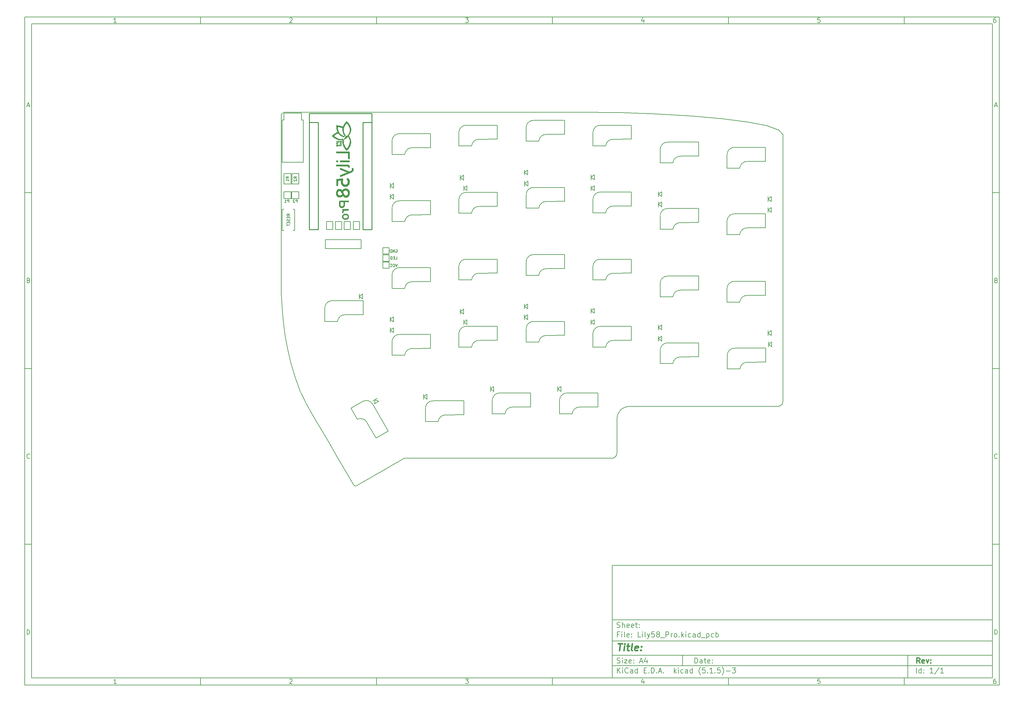
<source format=gbo>
G04 #@! TF.GenerationSoftware,KiCad,Pcbnew,(5.1.5)-3*
G04 #@! TF.CreationDate,2020-05-06T00:51:22+04:00*
G04 #@! TF.ProjectId,Lily58_Pro,4c696c79-3538-45f5-9072-6f2e6b696361,rev?*
G04 #@! TF.SameCoordinates,Original*
G04 #@! TF.FileFunction,Legend,Bot*
G04 #@! TF.FilePolarity,Positive*
%FSLAX46Y46*%
G04 Gerber Fmt 4.6, Leading zero omitted, Abs format (unit mm)*
G04 Created by KiCad (PCBNEW (5.1.5)-3) date 2020-05-06 00:51:22*
%MOMM*%
%LPD*%
G04 APERTURE LIST*
%ADD10C,0.100000*%
%ADD11C,0.150000*%
%ADD12C,0.300000*%
%ADD13C,0.400000*%
%ADD14C,0.200000*%
%ADD15C,0.010000*%
%ADD16C,0.250000*%
G04 APERTURE END LIST*
D10*
D11*
X177002200Y-166007200D02*
X177002200Y-198007200D01*
X285002200Y-198007200D01*
X285002200Y-166007200D01*
X177002200Y-166007200D01*
D10*
D11*
X10000000Y-10000000D02*
X10000000Y-200007200D01*
X287002200Y-200007200D01*
X287002200Y-10000000D01*
X10000000Y-10000000D01*
D10*
D11*
X12000000Y-12000000D02*
X12000000Y-198007200D01*
X285002200Y-198007200D01*
X285002200Y-12000000D01*
X12000000Y-12000000D01*
D10*
D11*
X60000000Y-12000000D02*
X60000000Y-10000000D01*
D10*
D11*
X110000000Y-12000000D02*
X110000000Y-10000000D01*
D10*
D11*
X160000000Y-12000000D02*
X160000000Y-10000000D01*
D10*
D11*
X210000000Y-12000000D02*
X210000000Y-10000000D01*
D10*
D11*
X260000000Y-12000000D02*
X260000000Y-10000000D01*
D10*
D11*
X36065476Y-11588095D02*
X35322619Y-11588095D01*
X35694047Y-11588095D02*
X35694047Y-10288095D01*
X35570238Y-10473809D01*
X35446428Y-10597619D01*
X35322619Y-10659523D01*
D10*
D11*
X85322619Y-10411904D02*
X85384523Y-10350000D01*
X85508333Y-10288095D01*
X85817857Y-10288095D01*
X85941666Y-10350000D01*
X86003571Y-10411904D01*
X86065476Y-10535714D01*
X86065476Y-10659523D01*
X86003571Y-10845238D01*
X85260714Y-11588095D01*
X86065476Y-11588095D01*
D10*
D11*
X135260714Y-10288095D02*
X136065476Y-10288095D01*
X135632142Y-10783333D01*
X135817857Y-10783333D01*
X135941666Y-10845238D01*
X136003571Y-10907142D01*
X136065476Y-11030952D01*
X136065476Y-11340476D01*
X136003571Y-11464285D01*
X135941666Y-11526190D01*
X135817857Y-11588095D01*
X135446428Y-11588095D01*
X135322619Y-11526190D01*
X135260714Y-11464285D01*
D10*
D11*
X185941666Y-10721428D02*
X185941666Y-11588095D01*
X185632142Y-10226190D02*
X185322619Y-11154761D01*
X186127380Y-11154761D01*
D10*
D11*
X236003571Y-10288095D02*
X235384523Y-10288095D01*
X235322619Y-10907142D01*
X235384523Y-10845238D01*
X235508333Y-10783333D01*
X235817857Y-10783333D01*
X235941666Y-10845238D01*
X236003571Y-10907142D01*
X236065476Y-11030952D01*
X236065476Y-11340476D01*
X236003571Y-11464285D01*
X235941666Y-11526190D01*
X235817857Y-11588095D01*
X235508333Y-11588095D01*
X235384523Y-11526190D01*
X235322619Y-11464285D01*
D10*
D11*
X285941666Y-10288095D02*
X285694047Y-10288095D01*
X285570238Y-10350000D01*
X285508333Y-10411904D01*
X285384523Y-10597619D01*
X285322619Y-10845238D01*
X285322619Y-11340476D01*
X285384523Y-11464285D01*
X285446428Y-11526190D01*
X285570238Y-11588095D01*
X285817857Y-11588095D01*
X285941666Y-11526190D01*
X286003571Y-11464285D01*
X286065476Y-11340476D01*
X286065476Y-11030952D01*
X286003571Y-10907142D01*
X285941666Y-10845238D01*
X285817857Y-10783333D01*
X285570238Y-10783333D01*
X285446428Y-10845238D01*
X285384523Y-10907142D01*
X285322619Y-11030952D01*
D10*
D11*
X60000000Y-198007200D02*
X60000000Y-200007200D01*
D10*
D11*
X110000000Y-198007200D02*
X110000000Y-200007200D01*
D10*
D11*
X160000000Y-198007200D02*
X160000000Y-200007200D01*
D10*
D11*
X210000000Y-198007200D02*
X210000000Y-200007200D01*
D10*
D11*
X260000000Y-198007200D02*
X260000000Y-200007200D01*
D10*
D11*
X36065476Y-199595295D02*
X35322619Y-199595295D01*
X35694047Y-199595295D02*
X35694047Y-198295295D01*
X35570238Y-198481009D01*
X35446428Y-198604819D01*
X35322619Y-198666723D01*
D10*
D11*
X85322619Y-198419104D02*
X85384523Y-198357200D01*
X85508333Y-198295295D01*
X85817857Y-198295295D01*
X85941666Y-198357200D01*
X86003571Y-198419104D01*
X86065476Y-198542914D01*
X86065476Y-198666723D01*
X86003571Y-198852438D01*
X85260714Y-199595295D01*
X86065476Y-199595295D01*
D10*
D11*
X135260714Y-198295295D02*
X136065476Y-198295295D01*
X135632142Y-198790533D01*
X135817857Y-198790533D01*
X135941666Y-198852438D01*
X136003571Y-198914342D01*
X136065476Y-199038152D01*
X136065476Y-199347676D01*
X136003571Y-199471485D01*
X135941666Y-199533390D01*
X135817857Y-199595295D01*
X135446428Y-199595295D01*
X135322619Y-199533390D01*
X135260714Y-199471485D01*
D10*
D11*
X185941666Y-198728628D02*
X185941666Y-199595295D01*
X185632142Y-198233390D02*
X185322619Y-199161961D01*
X186127380Y-199161961D01*
D10*
D11*
X236003571Y-198295295D02*
X235384523Y-198295295D01*
X235322619Y-198914342D01*
X235384523Y-198852438D01*
X235508333Y-198790533D01*
X235817857Y-198790533D01*
X235941666Y-198852438D01*
X236003571Y-198914342D01*
X236065476Y-199038152D01*
X236065476Y-199347676D01*
X236003571Y-199471485D01*
X235941666Y-199533390D01*
X235817857Y-199595295D01*
X235508333Y-199595295D01*
X235384523Y-199533390D01*
X235322619Y-199471485D01*
D10*
D11*
X285941666Y-198295295D02*
X285694047Y-198295295D01*
X285570238Y-198357200D01*
X285508333Y-198419104D01*
X285384523Y-198604819D01*
X285322619Y-198852438D01*
X285322619Y-199347676D01*
X285384523Y-199471485D01*
X285446428Y-199533390D01*
X285570238Y-199595295D01*
X285817857Y-199595295D01*
X285941666Y-199533390D01*
X286003571Y-199471485D01*
X286065476Y-199347676D01*
X286065476Y-199038152D01*
X286003571Y-198914342D01*
X285941666Y-198852438D01*
X285817857Y-198790533D01*
X285570238Y-198790533D01*
X285446428Y-198852438D01*
X285384523Y-198914342D01*
X285322619Y-199038152D01*
D10*
D11*
X10000000Y-60000000D02*
X12000000Y-60000000D01*
D10*
D11*
X10000000Y-110000000D02*
X12000000Y-110000000D01*
D10*
D11*
X10000000Y-160000000D02*
X12000000Y-160000000D01*
D10*
D11*
X10690476Y-35216666D02*
X11309523Y-35216666D01*
X10566666Y-35588095D02*
X11000000Y-34288095D01*
X11433333Y-35588095D01*
D10*
D11*
X11092857Y-84907142D02*
X11278571Y-84969047D01*
X11340476Y-85030952D01*
X11402380Y-85154761D01*
X11402380Y-85340476D01*
X11340476Y-85464285D01*
X11278571Y-85526190D01*
X11154761Y-85588095D01*
X10659523Y-85588095D01*
X10659523Y-84288095D01*
X11092857Y-84288095D01*
X11216666Y-84350000D01*
X11278571Y-84411904D01*
X11340476Y-84535714D01*
X11340476Y-84659523D01*
X11278571Y-84783333D01*
X11216666Y-84845238D01*
X11092857Y-84907142D01*
X10659523Y-84907142D01*
D10*
D11*
X11402380Y-135464285D02*
X11340476Y-135526190D01*
X11154761Y-135588095D01*
X11030952Y-135588095D01*
X10845238Y-135526190D01*
X10721428Y-135402380D01*
X10659523Y-135278571D01*
X10597619Y-135030952D01*
X10597619Y-134845238D01*
X10659523Y-134597619D01*
X10721428Y-134473809D01*
X10845238Y-134350000D01*
X11030952Y-134288095D01*
X11154761Y-134288095D01*
X11340476Y-134350000D01*
X11402380Y-134411904D01*
D10*
D11*
X10659523Y-185588095D02*
X10659523Y-184288095D01*
X10969047Y-184288095D01*
X11154761Y-184350000D01*
X11278571Y-184473809D01*
X11340476Y-184597619D01*
X11402380Y-184845238D01*
X11402380Y-185030952D01*
X11340476Y-185278571D01*
X11278571Y-185402380D01*
X11154761Y-185526190D01*
X10969047Y-185588095D01*
X10659523Y-185588095D01*
D10*
D11*
X287002200Y-60000000D02*
X285002200Y-60000000D01*
D10*
D11*
X287002200Y-110000000D02*
X285002200Y-110000000D01*
D10*
D11*
X287002200Y-160000000D02*
X285002200Y-160000000D01*
D10*
D11*
X285692676Y-35216666D02*
X286311723Y-35216666D01*
X285568866Y-35588095D02*
X286002200Y-34288095D01*
X286435533Y-35588095D01*
D10*
D11*
X286095057Y-84907142D02*
X286280771Y-84969047D01*
X286342676Y-85030952D01*
X286404580Y-85154761D01*
X286404580Y-85340476D01*
X286342676Y-85464285D01*
X286280771Y-85526190D01*
X286156961Y-85588095D01*
X285661723Y-85588095D01*
X285661723Y-84288095D01*
X286095057Y-84288095D01*
X286218866Y-84350000D01*
X286280771Y-84411904D01*
X286342676Y-84535714D01*
X286342676Y-84659523D01*
X286280771Y-84783333D01*
X286218866Y-84845238D01*
X286095057Y-84907142D01*
X285661723Y-84907142D01*
D10*
D11*
X286404580Y-135464285D02*
X286342676Y-135526190D01*
X286156961Y-135588095D01*
X286033152Y-135588095D01*
X285847438Y-135526190D01*
X285723628Y-135402380D01*
X285661723Y-135278571D01*
X285599819Y-135030952D01*
X285599819Y-134845238D01*
X285661723Y-134597619D01*
X285723628Y-134473809D01*
X285847438Y-134350000D01*
X286033152Y-134288095D01*
X286156961Y-134288095D01*
X286342676Y-134350000D01*
X286404580Y-134411904D01*
D10*
D11*
X285661723Y-185588095D02*
X285661723Y-184288095D01*
X285971247Y-184288095D01*
X286156961Y-184350000D01*
X286280771Y-184473809D01*
X286342676Y-184597619D01*
X286404580Y-184845238D01*
X286404580Y-185030952D01*
X286342676Y-185278571D01*
X286280771Y-185402380D01*
X286156961Y-185526190D01*
X285971247Y-185588095D01*
X285661723Y-185588095D01*
D10*
D11*
X200434342Y-193785771D02*
X200434342Y-192285771D01*
X200791485Y-192285771D01*
X201005771Y-192357200D01*
X201148628Y-192500057D01*
X201220057Y-192642914D01*
X201291485Y-192928628D01*
X201291485Y-193142914D01*
X201220057Y-193428628D01*
X201148628Y-193571485D01*
X201005771Y-193714342D01*
X200791485Y-193785771D01*
X200434342Y-193785771D01*
X202577200Y-193785771D02*
X202577200Y-193000057D01*
X202505771Y-192857200D01*
X202362914Y-192785771D01*
X202077200Y-192785771D01*
X201934342Y-192857200D01*
X202577200Y-193714342D02*
X202434342Y-193785771D01*
X202077200Y-193785771D01*
X201934342Y-193714342D01*
X201862914Y-193571485D01*
X201862914Y-193428628D01*
X201934342Y-193285771D01*
X202077200Y-193214342D01*
X202434342Y-193214342D01*
X202577200Y-193142914D01*
X203077200Y-192785771D02*
X203648628Y-192785771D01*
X203291485Y-192285771D02*
X203291485Y-193571485D01*
X203362914Y-193714342D01*
X203505771Y-193785771D01*
X203648628Y-193785771D01*
X204720057Y-193714342D02*
X204577200Y-193785771D01*
X204291485Y-193785771D01*
X204148628Y-193714342D01*
X204077200Y-193571485D01*
X204077200Y-193000057D01*
X204148628Y-192857200D01*
X204291485Y-192785771D01*
X204577200Y-192785771D01*
X204720057Y-192857200D01*
X204791485Y-193000057D01*
X204791485Y-193142914D01*
X204077200Y-193285771D01*
X205434342Y-193642914D02*
X205505771Y-193714342D01*
X205434342Y-193785771D01*
X205362914Y-193714342D01*
X205434342Y-193642914D01*
X205434342Y-193785771D01*
X205434342Y-192857200D02*
X205505771Y-192928628D01*
X205434342Y-193000057D01*
X205362914Y-192928628D01*
X205434342Y-192857200D01*
X205434342Y-193000057D01*
D10*
D11*
X177002200Y-194507200D02*
X285002200Y-194507200D01*
D10*
D11*
X178434342Y-196585771D02*
X178434342Y-195085771D01*
X179291485Y-196585771D02*
X178648628Y-195728628D01*
X179291485Y-195085771D02*
X178434342Y-195942914D01*
X179934342Y-196585771D02*
X179934342Y-195585771D01*
X179934342Y-195085771D02*
X179862914Y-195157200D01*
X179934342Y-195228628D01*
X180005771Y-195157200D01*
X179934342Y-195085771D01*
X179934342Y-195228628D01*
X181505771Y-196442914D02*
X181434342Y-196514342D01*
X181220057Y-196585771D01*
X181077200Y-196585771D01*
X180862914Y-196514342D01*
X180720057Y-196371485D01*
X180648628Y-196228628D01*
X180577200Y-195942914D01*
X180577200Y-195728628D01*
X180648628Y-195442914D01*
X180720057Y-195300057D01*
X180862914Y-195157200D01*
X181077200Y-195085771D01*
X181220057Y-195085771D01*
X181434342Y-195157200D01*
X181505771Y-195228628D01*
X182791485Y-196585771D02*
X182791485Y-195800057D01*
X182720057Y-195657200D01*
X182577200Y-195585771D01*
X182291485Y-195585771D01*
X182148628Y-195657200D01*
X182791485Y-196514342D02*
X182648628Y-196585771D01*
X182291485Y-196585771D01*
X182148628Y-196514342D01*
X182077200Y-196371485D01*
X182077200Y-196228628D01*
X182148628Y-196085771D01*
X182291485Y-196014342D01*
X182648628Y-196014342D01*
X182791485Y-195942914D01*
X184148628Y-196585771D02*
X184148628Y-195085771D01*
X184148628Y-196514342D02*
X184005771Y-196585771D01*
X183720057Y-196585771D01*
X183577200Y-196514342D01*
X183505771Y-196442914D01*
X183434342Y-196300057D01*
X183434342Y-195871485D01*
X183505771Y-195728628D01*
X183577200Y-195657200D01*
X183720057Y-195585771D01*
X184005771Y-195585771D01*
X184148628Y-195657200D01*
X186005771Y-195800057D02*
X186505771Y-195800057D01*
X186720057Y-196585771D02*
X186005771Y-196585771D01*
X186005771Y-195085771D01*
X186720057Y-195085771D01*
X187362914Y-196442914D02*
X187434342Y-196514342D01*
X187362914Y-196585771D01*
X187291485Y-196514342D01*
X187362914Y-196442914D01*
X187362914Y-196585771D01*
X188077200Y-196585771D02*
X188077200Y-195085771D01*
X188434342Y-195085771D01*
X188648628Y-195157200D01*
X188791485Y-195300057D01*
X188862914Y-195442914D01*
X188934342Y-195728628D01*
X188934342Y-195942914D01*
X188862914Y-196228628D01*
X188791485Y-196371485D01*
X188648628Y-196514342D01*
X188434342Y-196585771D01*
X188077200Y-196585771D01*
X189577200Y-196442914D02*
X189648628Y-196514342D01*
X189577200Y-196585771D01*
X189505771Y-196514342D01*
X189577200Y-196442914D01*
X189577200Y-196585771D01*
X190220057Y-196157200D02*
X190934342Y-196157200D01*
X190077200Y-196585771D02*
X190577200Y-195085771D01*
X191077200Y-196585771D01*
X191577200Y-196442914D02*
X191648628Y-196514342D01*
X191577200Y-196585771D01*
X191505771Y-196514342D01*
X191577200Y-196442914D01*
X191577200Y-196585771D01*
X194577200Y-196585771D02*
X194577200Y-195085771D01*
X194720057Y-196014342D02*
X195148628Y-196585771D01*
X195148628Y-195585771D02*
X194577200Y-196157200D01*
X195791485Y-196585771D02*
X195791485Y-195585771D01*
X195791485Y-195085771D02*
X195720057Y-195157200D01*
X195791485Y-195228628D01*
X195862914Y-195157200D01*
X195791485Y-195085771D01*
X195791485Y-195228628D01*
X197148628Y-196514342D02*
X197005771Y-196585771D01*
X196720057Y-196585771D01*
X196577200Y-196514342D01*
X196505771Y-196442914D01*
X196434342Y-196300057D01*
X196434342Y-195871485D01*
X196505771Y-195728628D01*
X196577200Y-195657200D01*
X196720057Y-195585771D01*
X197005771Y-195585771D01*
X197148628Y-195657200D01*
X198434342Y-196585771D02*
X198434342Y-195800057D01*
X198362914Y-195657200D01*
X198220057Y-195585771D01*
X197934342Y-195585771D01*
X197791485Y-195657200D01*
X198434342Y-196514342D02*
X198291485Y-196585771D01*
X197934342Y-196585771D01*
X197791485Y-196514342D01*
X197720057Y-196371485D01*
X197720057Y-196228628D01*
X197791485Y-196085771D01*
X197934342Y-196014342D01*
X198291485Y-196014342D01*
X198434342Y-195942914D01*
X199791485Y-196585771D02*
X199791485Y-195085771D01*
X199791485Y-196514342D02*
X199648628Y-196585771D01*
X199362914Y-196585771D01*
X199220057Y-196514342D01*
X199148628Y-196442914D01*
X199077200Y-196300057D01*
X199077200Y-195871485D01*
X199148628Y-195728628D01*
X199220057Y-195657200D01*
X199362914Y-195585771D01*
X199648628Y-195585771D01*
X199791485Y-195657200D01*
X202077200Y-197157200D02*
X202005771Y-197085771D01*
X201862914Y-196871485D01*
X201791485Y-196728628D01*
X201720057Y-196514342D01*
X201648628Y-196157200D01*
X201648628Y-195871485D01*
X201720057Y-195514342D01*
X201791485Y-195300057D01*
X201862914Y-195157200D01*
X202005771Y-194942914D01*
X202077200Y-194871485D01*
X203362914Y-195085771D02*
X202648628Y-195085771D01*
X202577200Y-195800057D01*
X202648628Y-195728628D01*
X202791485Y-195657200D01*
X203148628Y-195657200D01*
X203291485Y-195728628D01*
X203362914Y-195800057D01*
X203434342Y-195942914D01*
X203434342Y-196300057D01*
X203362914Y-196442914D01*
X203291485Y-196514342D01*
X203148628Y-196585771D01*
X202791485Y-196585771D01*
X202648628Y-196514342D01*
X202577200Y-196442914D01*
X204077200Y-196442914D02*
X204148628Y-196514342D01*
X204077200Y-196585771D01*
X204005771Y-196514342D01*
X204077200Y-196442914D01*
X204077200Y-196585771D01*
X205577200Y-196585771D02*
X204720057Y-196585771D01*
X205148628Y-196585771D02*
X205148628Y-195085771D01*
X205005771Y-195300057D01*
X204862914Y-195442914D01*
X204720057Y-195514342D01*
X206220057Y-196442914D02*
X206291485Y-196514342D01*
X206220057Y-196585771D01*
X206148628Y-196514342D01*
X206220057Y-196442914D01*
X206220057Y-196585771D01*
X207648628Y-195085771D02*
X206934342Y-195085771D01*
X206862914Y-195800057D01*
X206934342Y-195728628D01*
X207077200Y-195657200D01*
X207434342Y-195657200D01*
X207577200Y-195728628D01*
X207648628Y-195800057D01*
X207720057Y-195942914D01*
X207720057Y-196300057D01*
X207648628Y-196442914D01*
X207577200Y-196514342D01*
X207434342Y-196585771D01*
X207077200Y-196585771D01*
X206934342Y-196514342D01*
X206862914Y-196442914D01*
X208220057Y-197157200D02*
X208291485Y-197085771D01*
X208434342Y-196871485D01*
X208505771Y-196728628D01*
X208577200Y-196514342D01*
X208648628Y-196157200D01*
X208648628Y-195871485D01*
X208577200Y-195514342D01*
X208505771Y-195300057D01*
X208434342Y-195157200D01*
X208291485Y-194942914D01*
X208220057Y-194871485D01*
X209362914Y-196014342D02*
X210505771Y-196014342D01*
X211077200Y-195085771D02*
X212005771Y-195085771D01*
X211505771Y-195657200D01*
X211720057Y-195657200D01*
X211862914Y-195728628D01*
X211934342Y-195800057D01*
X212005771Y-195942914D01*
X212005771Y-196300057D01*
X211934342Y-196442914D01*
X211862914Y-196514342D01*
X211720057Y-196585771D01*
X211291485Y-196585771D01*
X211148628Y-196514342D01*
X211077200Y-196442914D01*
D10*
D11*
X177002200Y-191507200D02*
X285002200Y-191507200D01*
D10*
D12*
X264411485Y-193785771D02*
X263911485Y-193071485D01*
X263554342Y-193785771D02*
X263554342Y-192285771D01*
X264125771Y-192285771D01*
X264268628Y-192357200D01*
X264340057Y-192428628D01*
X264411485Y-192571485D01*
X264411485Y-192785771D01*
X264340057Y-192928628D01*
X264268628Y-193000057D01*
X264125771Y-193071485D01*
X263554342Y-193071485D01*
X265625771Y-193714342D02*
X265482914Y-193785771D01*
X265197200Y-193785771D01*
X265054342Y-193714342D01*
X264982914Y-193571485D01*
X264982914Y-193000057D01*
X265054342Y-192857200D01*
X265197200Y-192785771D01*
X265482914Y-192785771D01*
X265625771Y-192857200D01*
X265697200Y-193000057D01*
X265697200Y-193142914D01*
X264982914Y-193285771D01*
X266197200Y-192785771D02*
X266554342Y-193785771D01*
X266911485Y-192785771D01*
X267482914Y-193642914D02*
X267554342Y-193714342D01*
X267482914Y-193785771D01*
X267411485Y-193714342D01*
X267482914Y-193642914D01*
X267482914Y-193785771D01*
X267482914Y-192857200D02*
X267554342Y-192928628D01*
X267482914Y-193000057D01*
X267411485Y-192928628D01*
X267482914Y-192857200D01*
X267482914Y-193000057D01*
D10*
D11*
X178362914Y-193714342D02*
X178577200Y-193785771D01*
X178934342Y-193785771D01*
X179077200Y-193714342D01*
X179148628Y-193642914D01*
X179220057Y-193500057D01*
X179220057Y-193357200D01*
X179148628Y-193214342D01*
X179077200Y-193142914D01*
X178934342Y-193071485D01*
X178648628Y-193000057D01*
X178505771Y-192928628D01*
X178434342Y-192857200D01*
X178362914Y-192714342D01*
X178362914Y-192571485D01*
X178434342Y-192428628D01*
X178505771Y-192357200D01*
X178648628Y-192285771D01*
X179005771Y-192285771D01*
X179220057Y-192357200D01*
X179862914Y-193785771D02*
X179862914Y-192785771D01*
X179862914Y-192285771D02*
X179791485Y-192357200D01*
X179862914Y-192428628D01*
X179934342Y-192357200D01*
X179862914Y-192285771D01*
X179862914Y-192428628D01*
X180434342Y-192785771D02*
X181220057Y-192785771D01*
X180434342Y-193785771D01*
X181220057Y-193785771D01*
X182362914Y-193714342D02*
X182220057Y-193785771D01*
X181934342Y-193785771D01*
X181791485Y-193714342D01*
X181720057Y-193571485D01*
X181720057Y-193000057D01*
X181791485Y-192857200D01*
X181934342Y-192785771D01*
X182220057Y-192785771D01*
X182362914Y-192857200D01*
X182434342Y-193000057D01*
X182434342Y-193142914D01*
X181720057Y-193285771D01*
X183077200Y-193642914D02*
X183148628Y-193714342D01*
X183077200Y-193785771D01*
X183005771Y-193714342D01*
X183077200Y-193642914D01*
X183077200Y-193785771D01*
X183077200Y-192857200D02*
X183148628Y-192928628D01*
X183077200Y-193000057D01*
X183005771Y-192928628D01*
X183077200Y-192857200D01*
X183077200Y-193000057D01*
X184862914Y-193357200D02*
X185577200Y-193357200D01*
X184720057Y-193785771D02*
X185220057Y-192285771D01*
X185720057Y-193785771D01*
X186862914Y-192785771D02*
X186862914Y-193785771D01*
X186505771Y-192214342D02*
X186148628Y-193285771D01*
X187077200Y-193285771D01*
D10*
D11*
X263434342Y-196585771D02*
X263434342Y-195085771D01*
X264791485Y-196585771D02*
X264791485Y-195085771D01*
X264791485Y-196514342D02*
X264648628Y-196585771D01*
X264362914Y-196585771D01*
X264220057Y-196514342D01*
X264148628Y-196442914D01*
X264077200Y-196300057D01*
X264077200Y-195871485D01*
X264148628Y-195728628D01*
X264220057Y-195657200D01*
X264362914Y-195585771D01*
X264648628Y-195585771D01*
X264791485Y-195657200D01*
X265505771Y-196442914D02*
X265577200Y-196514342D01*
X265505771Y-196585771D01*
X265434342Y-196514342D01*
X265505771Y-196442914D01*
X265505771Y-196585771D01*
X265505771Y-195657200D02*
X265577200Y-195728628D01*
X265505771Y-195800057D01*
X265434342Y-195728628D01*
X265505771Y-195657200D01*
X265505771Y-195800057D01*
X268148628Y-196585771D02*
X267291485Y-196585771D01*
X267720057Y-196585771D02*
X267720057Y-195085771D01*
X267577200Y-195300057D01*
X267434342Y-195442914D01*
X267291485Y-195514342D01*
X269862914Y-195014342D02*
X268577200Y-196942914D01*
X271148628Y-196585771D02*
X270291485Y-196585771D01*
X270720057Y-196585771D02*
X270720057Y-195085771D01*
X270577200Y-195300057D01*
X270434342Y-195442914D01*
X270291485Y-195514342D01*
D10*
D11*
X177002200Y-187507200D02*
X285002200Y-187507200D01*
D10*
D13*
X178714580Y-188211961D02*
X179857438Y-188211961D01*
X179036009Y-190211961D02*
X179286009Y-188211961D01*
X180274104Y-190211961D02*
X180440771Y-188878628D01*
X180524104Y-188211961D02*
X180416961Y-188307200D01*
X180500295Y-188402438D01*
X180607438Y-188307200D01*
X180524104Y-188211961D01*
X180500295Y-188402438D01*
X181107438Y-188878628D02*
X181869342Y-188878628D01*
X181476485Y-188211961D02*
X181262200Y-189926247D01*
X181333628Y-190116723D01*
X181512200Y-190211961D01*
X181702676Y-190211961D01*
X182655057Y-190211961D02*
X182476485Y-190116723D01*
X182405057Y-189926247D01*
X182619342Y-188211961D01*
X184190771Y-190116723D02*
X183988390Y-190211961D01*
X183607438Y-190211961D01*
X183428866Y-190116723D01*
X183357438Y-189926247D01*
X183452676Y-189164342D01*
X183571723Y-188973866D01*
X183774104Y-188878628D01*
X184155057Y-188878628D01*
X184333628Y-188973866D01*
X184405057Y-189164342D01*
X184381247Y-189354819D01*
X183405057Y-189545295D01*
X185155057Y-190021485D02*
X185238390Y-190116723D01*
X185131247Y-190211961D01*
X185047914Y-190116723D01*
X185155057Y-190021485D01*
X185131247Y-190211961D01*
X185286009Y-188973866D02*
X185369342Y-189069104D01*
X185262200Y-189164342D01*
X185178866Y-189069104D01*
X185286009Y-188973866D01*
X185262200Y-189164342D01*
D10*
D11*
X178934342Y-185600057D02*
X178434342Y-185600057D01*
X178434342Y-186385771D02*
X178434342Y-184885771D01*
X179148628Y-184885771D01*
X179720057Y-186385771D02*
X179720057Y-185385771D01*
X179720057Y-184885771D02*
X179648628Y-184957200D01*
X179720057Y-185028628D01*
X179791485Y-184957200D01*
X179720057Y-184885771D01*
X179720057Y-185028628D01*
X180648628Y-186385771D02*
X180505771Y-186314342D01*
X180434342Y-186171485D01*
X180434342Y-184885771D01*
X181791485Y-186314342D02*
X181648628Y-186385771D01*
X181362914Y-186385771D01*
X181220057Y-186314342D01*
X181148628Y-186171485D01*
X181148628Y-185600057D01*
X181220057Y-185457200D01*
X181362914Y-185385771D01*
X181648628Y-185385771D01*
X181791485Y-185457200D01*
X181862914Y-185600057D01*
X181862914Y-185742914D01*
X181148628Y-185885771D01*
X182505771Y-186242914D02*
X182577200Y-186314342D01*
X182505771Y-186385771D01*
X182434342Y-186314342D01*
X182505771Y-186242914D01*
X182505771Y-186385771D01*
X182505771Y-185457200D02*
X182577200Y-185528628D01*
X182505771Y-185600057D01*
X182434342Y-185528628D01*
X182505771Y-185457200D01*
X182505771Y-185600057D01*
X185077200Y-186385771D02*
X184362914Y-186385771D01*
X184362914Y-184885771D01*
X185577200Y-186385771D02*
X185577200Y-185385771D01*
X185577200Y-184885771D02*
X185505771Y-184957200D01*
X185577200Y-185028628D01*
X185648628Y-184957200D01*
X185577200Y-184885771D01*
X185577200Y-185028628D01*
X186505771Y-186385771D02*
X186362914Y-186314342D01*
X186291485Y-186171485D01*
X186291485Y-184885771D01*
X186934342Y-185385771D02*
X187291485Y-186385771D01*
X187648628Y-185385771D02*
X187291485Y-186385771D01*
X187148628Y-186742914D01*
X187077200Y-186814342D01*
X186934342Y-186885771D01*
X188934342Y-184885771D02*
X188220057Y-184885771D01*
X188148628Y-185600057D01*
X188220057Y-185528628D01*
X188362914Y-185457200D01*
X188720057Y-185457200D01*
X188862914Y-185528628D01*
X188934342Y-185600057D01*
X189005771Y-185742914D01*
X189005771Y-186100057D01*
X188934342Y-186242914D01*
X188862914Y-186314342D01*
X188720057Y-186385771D01*
X188362914Y-186385771D01*
X188220057Y-186314342D01*
X188148628Y-186242914D01*
X189862914Y-185528628D02*
X189720057Y-185457200D01*
X189648628Y-185385771D01*
X189577200Y-185242914D01*
X189577200Y-185171485D01*
X189648628Y-185028628D01*
X189720057Y-184957200D01*
X189862914Y-184885771D01*
X190148628Y-184885771D01*
X190291485Y-184957200D01*
X190362914Y-185028628D01*
X190434342Y-185171485D01*
X190434342Y-185242914D01*
X190362914Y-185385771D01*
X190291485Y-185457200D01*
X190148628Y-185528628D01*
X189862914Y-185528628D01*
X189720057Y-185600057D01*
X189648628Y-185671485D01*
X189577200Y-185814342D01*
X189577200Y-186100057D01*
X189648628Y-186242914D01*
X189720057Y-186314342D01*
X189862914Y-186385771D01*
X190148628Y-186385771D01*
X190291485Y-186314342D01*
X190362914Y-186242914D01*
X190434342Y-186100057D01*
X190434342Y-185814342D01*
X190362914Y-185671485D01*
X190291485Y-185600057D01*
X190148628Y-185528628D01*
X190720057Y-186528628D02*
X191862914Y-186528628D01*
X192220057Y-186385771D02*
X192220057Y-184885771D01*
X192791485Y-184885771D01*
X192934342Y-184957200D01*
X193005771Y-185028628D01*
X193077200Y-185171485D01*
X193077200Y-185385771D01*
X193005771Y-185528628D01*
X192934342Y-185600057D01*
X192791485Y-185671485D01*
X192220057Y-185671485D01*
X193720057Y-186385771D02*
X193720057Y-185385771D01*
X193720057Y-185671485D02*
X193791485Y-185528628D01*
X193862914Y-185457200D01*
X194005771Y-185385771D01*
X194148628Y-185385771D01*
X194862914Y-186385771D02*
X194720057Y-186314342D01*
X194648628Y-186242914D01*
X194577200Y-186100057D01*
X194577200Y-185671485D01*
X194648628Y-185528628D01*
X194720057Y-185457200D01*
X194862914Y-185385771D01*
X195077200Y-185385771D01*
X195220057Y-185457200D01*
X195291485Y-185528628D01*
X195362914Y-185671485D01*
X195362914Y-186100057D01*
X195291485Y-186242914D01*
X195220057Y-186314342D01*
X195077200Y-186385771D01*
X194862914Y-186385771D01*
X196005771Y-186242914D02*
X196077200Y-186314342D01*
X196005771Y-186385771D01*
X195934342Y-186314342D01*
X196005771Y-186242914D01*
X196005771Y-186385771D01*
X196720057Y-186385771D02*
X196720057Y-184885771D01*
X196862914Y-185814342D02*
X197291485Y-186385771D01*
X197291485Y-185385771D02*
X196720057Y-185957200D01*
X197934342Y-186385771D02*
X197934342Y-185385771D01*
X197934342Y-184885771D02*
X197862914Y-184957200D01*
X197934342Y-185028628D01*
X198005771Y-184957200D01*
X197934342Y-184885771D01*
X197934342Y-185028628D01*
X199291485Y-186314342D02*
X199148628Y-186385771D01*
X198862914Y-186385771D01*
X198720057Y-186314342D01*
X198648628Y-186242914D01*
X198577200Y-186100057D01*
X198577200Y-185671485D01*
X198648628Y-185528628D01*
X198720057Y-185457200D01*
X198862914Y-185385771D01*
X199148628Y-185385771D01*
X199291485Y-185457200D01*
X200577200Y-186385771D02*
X200577200Y-185600057D01*
X200505771Y-185457200D01*
X200362914Y-185385771D01*
X200077200Y-185385771D01*
X199934342Y-185457200D01*
X200577200Y-186314342D02*
X200434342Y-186385771D01*
X200077200Y-186385771D01*
X199934342Y-186314342D01*
X199862914Y-186171485D01*
X199862914Y-186028628D01*
X199934342Y-185885771D01*
X200077200Y-185814342D01*
X200434342Y-185814342D01*
X200577200Y-185742914D01*
X201934342Y-186385771D02*
X201934342Y-184885771D01*
X201934342Y-186314342D02*
X201791485Y-186385771D01*
X201505771Y-186385771D01*
X201362914Y-186314342D01*
X201291485Y-186242914D01*
X201220057Y-186100057D01*
X201220057Y-185671485D01*
X201291485Y-185528628D01*
X201362914Y-185457200D01*
X201505771Y-185385771D01*
X201791485Y-185385771D01*
X201934342Y-185457200D01*
X202291485Y-186528628D02*
X203434342Y-186528628D01*
X203791485Y-185385771D02*
X203791485Y-186885771D01*
X203791485Y-185457200D02*
X203934342Y-185385771D01*
X204220057Y-185385771D01*
X204362914Y-185457200D01*
X204434342Y-185528628D01*
X204505771Y-185671485D01*
X204505771Y-186100057D01*
X204434342Y-186242914D01*
X204362914Y-186314342D01*
X204220057Y-186385771D01*
X203934342Y-186385771D01*
X203791485Y-186314342D01*
X205791485Y-186314342D02*
X205648628Y-186385771D01*
X205362914Y-186385771D01*
X205220057Y-186314342D01*
X205148628Y-186242914D01*
X205077200Y-186100057D01*
X205077200Y-185671485D01*
X205148628Y-185528628D01*
X205220057Y-185457200D01*
X205362914Y-185385771D01*
X205648628Y-185385771D01*
X205791485Y-185457200D01*
X206434342Y-186385771D02*
X206434342Y-184885771D01*
X206434342Y-185457200D02*
X206577200Y-185385771D01*
X206862914Y-185385771D01*
X207005771Y-185457200D01*
X207077200Y-185528628D01*
X207148628Y-185671485D01*
X207148628Y-186100057D01*
X207077200Y-186242914D01*
X207005771Y-186314342D01*
X206862914Y-186385771D01*
X206577200Y-186385771D01*
X206434342Y-186314342D01*
D10*
D11*
X177002200Y-181507200D02*
X285002200Y-181507200D01*
D10*
D11*
X178362914Y-183614342D02*
X178577200Y-183685771D01*
X178934342Y-183685771D01*
X179077200Y-183614342D01*
X179148628Y-183542914D01*
X179220057Y-183400057D01*
X179220057Y-183257200D01*
X179148628Y-183114342D01*
X179077200Y-183042914D01*
X178934342Y-182971485D01*
X178648628Y-182900057D01*
X178505771Y-182828628D01*
X178434342Y-182757200D01*
X178362914Y-182614342D01*
X178362914Y-182471485D01*
X178434342Y-182328628D01*
X178505771Y-182257200D01*
X178648628Y-182185771D01*
X179005771Y-182185771D01*
X179220057Y-182257200D01*
X179862914Y-183685771D02*
X179862914Y-182185771D01*
X180505771Y-183685771D02*
X180505771Y-182900057D01*
X180434342Y-182757200D01*
X180291485Y-182685771D01*
X180077200Y-182685771D01*
X179934342Y-182757200D01*
X179862914Y-182828628D01*
X181791485Y-183614342D02*
X181648628Y-183685771D01*
X181362914Y-183685771D01*
X181220057Y-183614342D01*
X181148628Y-183471485D01*
X181148628Y-182900057D01*
X181220057Y-182757200D01*
X181362914Y-182685771D01*
X181648628Y-182685771D01*
X181791485Y-182757200D01*
X181862914Y-182900057D01*
X181862914Y-183042914D01*
X181148628Y-183185771D01*
X183077200Y-183614342D02*
X182934342Y-183685771D01*
X182648628Y-183685771D01*
X182505771Y-183614342D01*
X182434342Y-183471485D01*
X182434342Y-182900057D01*
X182505771Y-182757200D01*
X182648628Y-182685771D01*
X182934342Y-182685771D01*
X183077200Y-182757200D01*
X183148628Y-182900057D01*
X183148628Y-183042914D01*
X182434342Y-183185771D01*
X183577200Y-182685771D02*
X184148628Y-182685771D01*
X183791485Y-182185771D02*
X183791485Y-183471485D01*
X183862914Y-183614342D01*
X184005771Y-183685771D01*
X184148628Y-183685771D01*
X184648628Y-183542914D02*
X184720057Y-183614342D01*
X184648628Y-183685771D01*
X184577200Y-183614342D01*
X184648628Y-183542914D01*
X184648628Y-183685771D01*
X184648628Y-182757200D02*
X184720057Y-182828628D01*
X184648628Y-182900057D01*
X184577200Y-182828628D01*
X184648628Y-182757200D01*
X184648628Y-182900057D01*
D10*
D11*
X197002200Y-191507200D02*
X197002200Y-194507200D01*
D10*
D11*
X261002200Y-191507200D02*
X261002200Y-198007200D01*
D14*
X116186619Y-136480784D02*
X117862313Y-135510645D01*
X114510925Y-137450923D02*
X116186619Y-136480784D01*
X82937528Y-50750629D02*
X82937528Y-44443695D01*
X82937528Y-57057562D02*
X82937528Y-50750629D01*
X115211711Y-37086762D02*
X104803877Y-37086762D01*
X218692418Y-120789735D02*
X223959999Y-120789735D01*
X213424836Y-120789735D02*
X218692418Y-120789735D01*
X208157255Y-120789735D02*
X213424836Y-120789735D01*
X202889673Y-120789735D02*
X208157255Y-120789735D01*
X197622092Y-120789735D02*
X202889673Y-120789735D01*
X192354511Y-120789735D02*
X197622092Y-120789735D01*
X187086929Y-120789735D02*
X192354511Y-120789735D01*
X181819348Y-120789735D02*
X187086929Y-120789735D01*
X181113524Y-120860778D02*
X181819348Y-120789735D01*
X180456326Y-121064561D02*
X181113524Y-120860778D01*
X179861773Y-121387065D02*
X180456326Y-121064561D01*
X179343884Y-121814271D02*
X179861773Y-121387065D01*
X178916678Y-122332160D02*
X179343884Y-121814271D01*
X178594174Y-122926713D02*
X178916678Y-122332160D01*
X178390391Y-123583911D02*
X178594174Y-122926713D01*
X178319348Y-124289735D02*
X178390391Y-123583911D01*
X199807654Y-38170488D02*
X189919538Y-37585374D01*
X208420758Y-38945561D02*
X199807654Y-38170488D01*
X215525697Y-39885159D02*
X208420758Y-38945561D01*
X220889319Y-40963847D02*
X215525697Y-39885159D01*
X178989563Y-37215654D02*
X167250881Y-37086762D01*
X189919538Y-37585374D02*
X178989563Y-37215654D01*
X177658308Y-135255660D02*
X177403500Y-135393876D01*
X177880261Y-135072571D02*
X177658308Y-135255660D01*
X178063349Y-134850619D02*
X177880261Y-135072571D01*
X178201565Y-134595810D02*
X178063349Y-134850619D01*
X178288901Y-134314154D02*
X178201565Y-134595810D01*
X178319348Y-134011658D02*
X178288901Y-134314154D01*
X225460000Y-52918378D02*
X225460000Y-62400000D01*
X225460000Y-43436755D02*
X225460000Y-52918378D01*
X82937528Y-69671429D02*
X82937528Y-63364495D01*
X82937528Y-75978362D02*
X82937528Y-69671429D01*
X82937528Y-82285296D02*
X82937528Y-75978362D01*
X82937528Y-88592229D02*
X82937528Y-82285296D01*
X104803877Y-37086762D02*
X94396044Y-37086762D01*
X125619545Y-37086762D02*
X115211711Y-37086762D01*
X136027379Y-37086762D02*
X125619545Y-37086762D01*
X146435213Y-37086762D02*
X136027379Y-37086762D01*
X156843047Y-37086762D02*
X146435213Y-37086762D01*
X167250881Y-37086762D02*
X156843047Y-37086762D01*
X83400937Y-37265961D02*
X83579303Y-37169210D01*
X83245570Y-37394123D02*
X83400937Y-37265961D01*
X83117409Y-37549489D02*
X83245570Y-37394123D01*
X83020657Y-37727855D02*
X83117409Y-37549489D01*
X82959523Y-37925015D02*
X83020657Y-37727855D01*
X82938210Y-38136762D02*
X82959523Y-37925015D01*
X83776462Y-37108075D02*
X83988210Y-37086762D01*
X83579303Y-37169210D02*
X83776462Y-37108075D01*
X94396044Y-37086762D02*
X83988210Y-37086762D01*
X82937528Y-63364495D02*
X82937528Y-57057562D01*
X82937528Y-44443695D02*
X82937528Y-38136762D01*
X88291758Y-116318073D02*
X89993333Y-119989540D01*
X86863105Y-112530670D02*
X88291758Y-116318073D01*
X85688004Y-108649127D02*
X86863105Y-112530670D01*
X84747083Y-104695246D02*
X85688004Y-108649127D01*
X84020972Y-100690825D02*
X84747083Y-104695246D01*
X83490297Y-96657663D02*
X84020972Y-100690825D01*
X83135690Y-92617561D02*
X83490297Y-96657663D01*
X82937777Y-88592317D02*
X83135690Y-92617561D01*
X104288864Y-143357278D02*
X104456758Y-143271756D01*
X104130206Y-143404468D02*
X104288864Y-143357278D01*
X103981252Y-143413974D02*
X104130206Y-143404468D01*
X103842470Y-143386445D02*
X103981252Y-143413974D01*
X103714328Y-143322532D02*
X103842470Y-143386445D01*
X103597295Y-143222884D02*
X103714328Y-143322532D01*
X103491837Y-143088150D02*
X103597295Y-143222884D01*
X103398425Y-142918979D02*
X103491837Y-143088150D01*
X112835230Y-138421062D02*
X114510925Y-137450923D01*
X111159536Y-139391201D02*
X112835230Y-138421062D01*
X109483841Y-140361340D02*
X111159536Y-139391201D01*
X107808147Y-141331479D02*
X109483841Y-140361340D01*
X106132452Y-142301617D02*
X107808147Y-141331479D01*
X104456758Y-143271756D02*
X106132452Y-142301617D01*
X101722730Y-140052659D02*
X103398425Y-142918979D01*
X100047036Y-137186340D02*
X101722730Y-140052659D01*
X98371341Y-134320020D02*
X100047036Y-137186340D01*
X96695647Y-131453701D02*
X98371341Y-134320020D01*
X95019952Y-128587381D02*
X96695647Y-131453701D01*
X93344258Y-125721062D02*
X95019952Y-128587381D01*
X91668563Y-122854742D02*
X93344258Y-125721062D01*
X89992869Y-119988423D02*
X91668563Y-122854742D01*
X169449826Y-135511658D02*
X176819348Y-135511658D01*
X162080304Y-135511658D02*
X169449826Y-135511658D01*
X154710782Y-135511658D02*
X162080304Y-135511658D01*
X147341260Y-135511658D02*
X154710782Y-135511658D01*
X139971738Y-135511658D02*
X147341260Y-135511658D01*
X132602217Y-135511658D02*
X139971738Y-135511658D01*
X125232695Y-135511658D02*
X132602217Y-135511658D01*
X117863173Y-135511658D02*
X125232695Y-135511658D01*
X178319348Y-131597973D02*
X178319348Y-134011658D01*
X178319348Y-130379933D02*
X178319348Y-131597973D01*
X178319348Y-129161894D02*
X178319348Y-130379933D01*
X178319348Y-127943854D02*
X178319348Y-129161894D01*
X178319348Y-126725814D02*
X178319348Y-127943854D01*
X178319348Y-125507775D02*
X178319348Y-126725814D01*
X178319348Y-124289735D02*
X178319348Y-125507775D01*
X177121844Y-135481211D02*
X176819348Y-135511658D01*
X177403500Y-135393876D02*
X177121844Y-135481211D01*
X224278471Y-42156190D02*
X220889319Y-40963847D01*
X225460000Y-43436755D02*
X224278471Y-42156190D01*
X224262495Y-120759288D02*
X223959999Y-120789735D01*
X224544152Y-120671952D02*
X224262495Y-120759288D01*
X224798960Y-120533736D02*
X224544152Y-120671952D01*
X225020912Y-120350648D02*
X224798960Y-120533736D01*
X225204001Y-120128696D02*
X225020912Y-120350648D01*
X225342217Y-119873887D02*
X225204001Y-120128696D01*
X225429552Y-119592231D02*
X225342217Y-119873887D01*
X225459999Y-119289735D02*
X225429552Y-119592231D01*
X225460000Y-109808112D02*
X225460000Y-119289735D01*
X225460000Y-100326490D02*
X225460000Y-109808112D01*
X225460000Y-90844867D02*
X225460000Y-100326490D01*
X225460000Y-81363245D02*
X225460000Y-90844867D01*
X225460000Y-71881623D02*
X225460000Y-81363245D01*
X225460000Y-62400000D02*
X225460000Y-71881623D01*
D11*
X133400000Y-84804000D02*
X137010000Y-84804000D01*
X133400000Y-80850000D02*
X133400000Y-84795000D01*
X144300000Y-78896000D02*
X135675000Y-78896000D01*
X144300000Y-82804000D02*
X144300000Y-78896000D01*
X144300000Y-82850000D02*
X139250000Y-82896000D01*
X133411000Y-80780000D02*
G75*
G02X135675000Y-78896000I2074000J-190000D01*
G01*
X137015001Y-84779999D02*
G75*
G02X139275000Y-82900000I2069999J-190000D01*
G01*
X102725959Y-121269245D02*
X104530959Y-124395597D01*
X106150223Y-119292245D02*
X102733753Y-121264745D01*
X113292437Y-127754922D02*
X108979937Y-120285453D01*
X109908010Y-129708922D02*
X113292437Y-127754922D01*
X109868172Y-129731922D02*
X107303335Y-125381494D01*
X106216345Y-119266771D02*
G75*
G02X108979937Y-120285453I872455J-1891137D01*
G01*
X104554244Y-124387927D02*
G75*
G02X107312371Y-125405144I870455J-1887672D01*
G01*
X162000000Y-122854000D02*
X165610000Y-122854000D01*
X162000000Y-118900000D02*
X162000000Y-122845000D01*
X172900000Y-116946000D02*
X164275000Y-116946000D01*
X172900000Y-120854000D02*
X172900000Y-116946000D01*
X172900000Y-120900000D02*
X167850000Y-120946000D01*
X162011000Y-118830000D02*
G75*
G02X164275000Y-116946000I2074000J-190000D01*
G01*
X165615001Y-122829999D02*
G75*
G02X167875000Y-120950000I2069999J-190000D01*
G01*
X142900000Y-122854000D02*
X146510000Y-122854000D01*
X142900000Y-118900000D02*
X142900000Y-122845000D01*
X153800000Y-116946000D02*
X145175000Y-116946000D01*
X153800000Y-120854000D02*
X153800000Y-116946000D01*
X153800000Y-120900000D02*
X148750000Y-120946000D01*
X142911000Y-118830000D02*
G75*
G02X145175000Y-116946000I2074000J-190000D01*
G01*
X146515001Y-122829999D02*
G75*
G02X148775000Y-120950000I2069999J-190000D01*
G01*
X123900000Y-125104000D02*
X127510000Y-125104000D01*
X123900000Y-121150000D02*
X123900000Y-125095000D01*
X134800000Y-119196000D02*
X126175000Y-119196000D01*
X134800000Y-123104000D02*
X134800000Y-119196000D01*
X134800000Y-123150000D02*
X129750000Y-123196000D01*
X123911000Y-121080000D02*
G75*
G02X126175000Y-119196000I2074000J-190000D01*
G01*
X127515001Y-125079999D02*
G75*
G02X129775000Y-123200000I2069999J-190000D01*
G01*
X95300000Y-96604000D02*
X98910000Y-96604000D01*
X95300000Y-92650000D02*
X95300000Y-96595000D01*
X106200000Y-90696000D02*
X97575000Y-90696000D01*
X106200000Y-94604000D02*
X106200000Y-90696000D01*
X106200000Y-94650000D02*
X101150000Y-94696000D01*
X95311000Y-92580000D02*
G75*
G02X97575000Y-90696000I2074000J-190000D01*
G01*
X98915001Y-96579999D02*
G75*
G02X101175000Y-94700000I2069999J-190000D01*
G01*
X209650000Y-110104000D02*
X213260000Y-110104000D01*
X209650000Y-106150000D02*
X209650000Y-110095000D01*
X220550000Y-104196000D02*
X211925000Y-104196000D01*
X220550000Y-108104000D02*
X220550000Y-104196000D01*
X220550000Y-108150000D02*
X215500000Y-108196000D01*
X209661000Y-106080000D02*
G75*
G02X211925000Y-104196000I2074000J-190000D01*
G01*
X213265001Y-110079999D02*
G75*
G02X215525000Y-108200000I2069999J-190000D01*
G01*
X190600000Y-108604000D02*
X194210000Y-108604000D01*
X190600000Y-104650000D02*
X190600000Y-108595000D01*
X201500000Y-102696000D02*
X192875000Y-102696000D01*
X201500000Y-106604000D02*
X201500000Y-102696000D01*
X201500000Y-106650000D02*
X196450000Y-106696000D01*
X190611000Y-104580000D02*
G75*
G02X192875000Y-102696000I2074000J-190000D01*
G01*
X194215001Y-108579999D02*
G75*
G02X196475000Y-106700000I2069999J-190000D01*
G01*
X171500000Y-103904000D02*
X175110000Y-103904000D01*
X171500000Y-99950000D02*
X171500000Y-103895000D01*
X182400000Y-97996000D02*
X173775000Y-97996000D01*
X182400000Y-101904000D02*
X182400000Y-97996000D01*
X182400000Y-101950000D02*
X177350000Y-101996000D01*
X171511000Y-99880000D02*
G75*
G02X173775000Y-97996000I2074000J-190000D01*
G01*
X175115001Y-103879999D02*
G75*
G02X177375000Y-102000000I2069999J-190000D01*
G01*
X152500000Y-102504000D02*
X156110000Y-102504000D01*
X152500000Y-98550000D02*
X152500000Y-102495000D01*
X163400000Y-96596000D02*
X154775000Y-96596000D01*
X163400000Y-100504000D02*
X163400000Y-96596000D01*
X163400000Y-100550000D02*
X158350000Y-100596000D01*
X152511000Y-98480000D02*
G75*
G02X154775000Y-96596000I2074000J-190000D01*
G01*
X156115001Y-102479999D02*
G75*
G02X158375000Y-100600000I2069999J-190000D01*
G01*
X133400000Y-103904000D02*
X137010000Y-103904000D01*
X133400000Y-99950000D02*
X133400000Y-103895000D01*
X144300000Y-97996000D02*
X135675000Y-97996000D01*
X144300000Y-101904000D02*
X144300000Y-97996000D01*
X144300000Y-101950000D02*
X139250000Y-101996000D01*
X133411000Y-99880000D02*
G75*
G02X135675000Y-97996000I2074000J-190000D01*
G01*
X137015001Y-103879999D02*
G75*
G02X139275000Y-102000000I2069999J-190000D01*
G01*
X114400000Y-106204000D02*
X118010000Y-106204000D01*
X114400000Y-102250000D02*
X114400000Y-106195000D01*
X125300000Y-100296000D02*
X116675000Y-100296000D01*
X125300000Y-104204000D02*
X125300000Y-100296000D01*
X125300000Y-104250000D02*
X120250000Y-104296000D01*
X114411000Y-102180000D02*
G75*
G02X116675000Y-100296000I2074000J-190000D01*
G01*
X118015001Y-106179999D02*
G75*
G02X120275000Y-104300000I2069999J-190000D01*
G01*
X209600000Y-91104000D02*
X213210000Y-91104000D01*
X209600000Y-87150000D02*
X209600000Y-91095000D01*
X220500000Y-85196000D02*
X211875000Y-85196000D01*
X220500000Y-89104000D02*
X220500000Y-85196000D01*
X220500000Y-89150000D02*
X215450000Y-89196000D01*
X209611000Y-87080000D02*
G75*
G02X211875000Y-85196000I2074000J-190000D01*
G01*
X213215001Y-91079999D02*
G75*
G02X215475000Y-89200000I2069999J-190000D01*
G01*
X190600000Y-89604000D02*
X194210000Y-89604000D01*
X190600000Y-85650000D02*
X190600000Y-89595000D01*
X201500000Y-83696000D02*
X192875000Y-83696000D01*
X201500000Y-87604000D02*
X201500000Y-83696000D01*
X201500000Y-87650000D02*
X196450000Y-87696000D01*
X190611000Y-85580000D02*
G75*
G02X192875000Y-83696000I2074000J-190000D01*
G01*
X194215001Y-89579999D02*
G75*
G02X196475000Y-87700000I2069999J-190000D01*
G01*
X171500000Y-84804000D02*
X175110000Y-84804000D01*
X171500000Y-80850000D02*
X171500000Y-84795000D01*
X182400000Y-78896000D02*
X173775000Y-78896000D01*
X182400000Y-82804000D02*
X182400000Y-78896000D01*
X182400000Y-82850000D02*
X177350000Y-82896000D01*
X171511000Y-80780000D02*
G75*
G02X173775000Y-78896000I2074000J-190000D01*
G01*
X175115001Y-84779999D02*
G75*
G02X177375000Y-82900000I2069999J-190000D01*
G01*
X152500000Y-83504000D02*
X156110000Y-83504000D01*
X152500000Y-79550000D02*
X152500000Y-83495000D01*
X163400000Y-77596000D02*
X154775000Y-77596000D01*
X163400000Y-81504000D02*
X163400000Y-77596000D01*
X163400000Y-81550000D02*
X158350000Y-81596000D01*
X152511000Y-79480000D02*
G75*
G02X154775000Y-77596000I2074000J-190000D01*
G01*
X156115001Y-83479999D02*
G75*
G02X158375000Y-81600000I2069999J-190000D01*
G01*
X114400000Y-87204000D02*
X118010000Y-87204000D01*
X114400000Y-83250000D02*
X114400000Y-87195000D01*
X125300000Y-81296000D02*
X116675000Y-81296000D01*
X125300000Y-85204000D02*
X125300000Y-81296000D01*
X125300000Y-85250000D02*
X120250000Y-85296000D01*
X114411000Y-83180000D02*
G75*
G02X116675000Y-81296000I2074000J-190000D01*
G01*
X118015001Y-87179999D02*
G75*
G02X120275000Y-85300000I2069999J-190000D01*
G01*
X209600000Y-71904000D02*
X213210000Y-71904000D01*
X209600000Y-67950000D02*
X209600000Y-71895000D01*
X220500000Y-65996000D02*
X211875000Y-65996000D01*
X220500000Y-69904000D02*
X220500000Y-65996000D01*
X220500000Y-69950000D02*
X215450000Y-69996000D01*
X209611000Y-67880000D02*
G75*
G02X211875000Y-65996000I2074000J-190000D01*
G01*
X213215001Y-71879999D02*
G75*
G02X215475000Y-70000000I2069999J-190000D01*
G01*
X190600000Y-70404000D02*
X194210000Y-70404000D01*
X190600000Y-66450000D02*
X190600000Y-70395000D01*
X201500000Y-64496000D02*
X192875000Y-64496000D01*
X201500000Y-68404000D02*
X201500000Y-64496000D01*
X201500000Y-68450000D02*
X196450000Y-68496000D01*
X190611000Y-66380000D02*
G75*
G02X192875000Y-64496000I2074000J-190000D01*
G01*
X194215001Y-70379999D02*
G75*
G02X196475000Y-68500000I2069999J-190000D01*
G01*
X171500000Y-65704000D02*
X175110000Y-65704000D01*
X171500000Y-61750000D02*
X171500000Y-65695000D01*
X182400000Y-59796000D02*
X173775000Y-59796000D01*
X182400000Y-63704000D02*
X182400000Y-59796000D01*
X182400000Y-63750000D02*
X177350000Y-63796000D01*
X171511000Y-61680000D02*
G75*
G02X173775000Y-59796000I2074000J-190000D01*
G01*
X175115001Y-65679999D02*
G75*
G02X177375000Y-63800000I2069999J-190000D01*
G01*
X152500000Y-64404000D02*
X156110000Y-64404000D01*
X152500000Y-60450000D02*
X152500000Y-64395000D01*
X163400000Y-58496000D02*
X154775000Y-58496000D01*
X163400000Y-62404000D02*
X163400000Y-58496000D01*
X163400000Y-62450000D02*
X158350000Y-62496000D01*
X152511000Y-60380000D02*
G75*
G02X154775000Y-58496000I2074000J-190000D01*
G01*
X156115001Y-64379999D02*
G75*
G02X158375000Y-62500000I2069999J-190000D01*
G01*
X133400000Y-65804000D02*
X137010000Y-65804000D01*
X133400000Y-61850000D02*
X133400000Y-65795000D01*
X144300000Y-59896000D02*
X135675000Y-59896000D01*
X144300000Y-63804000D02*
X144300000Y-59896000D01*
X144300000Y-63850000D02*
X139250000Y-63896000D01*
X133411000Y-61780000D02*
G75*
G02X135675000Y-59896000I2074000J-190000D01*
G01*
X137015001Y-65779999D02*
G75*
G02X139275000Y-63900000I2069999J-190000D01*
G01*
X114400000Y-68204000D02*
X118010000Y-68204000D01*
X114400000Y-64250000D02*
X114400000Y-68195000D01*
X125300000Y-62296000D02*
X116675000Y-62296000D01*
X125300000Y-66204000D02*
X125300000Y-62296000D01*
X125300000Y-66250000D02*
X120250000Y-66296000D01*
X114411000Y-64180000D02*
G75*
G02X116675000Y-62296000I2074000J-190000D01*
G01*
X118015001Y-68179999D02*
G75*
G02X120275000Y-66300000I2069999J-190000D01*
G01*
X209600000Y-53004000D02*
X213210000Y-53004000D01*
X209600000Y-49050000D02*
X209600000Y-52995000D01*
X220500000Y-47096000D02*
X211875000Y-47096000D01*
X220500000Y-51004000D02*
X220500000Y-47096000D01*
X220500000Y-51050000D02*
X215450000Y-51096000D01*
X209611000Y-48980000D02*
G75*
G02X211875000Y-47096000I2074000J-190000D01*
G01*
X213215001Y-52979999D02*
G75*
G02X215475000Y-51100000I2069999J-190000D01*
G01*
X190600000Y-51504000D02*
X194210000Y-51504000D01*
X190600000Y-47550000D02*
X190600000Y-51495000D01*
X201500000Y-45596000D02*
X192875000Y-45596000D01*
X201500000Y-49504000D02*
X201500000Y-45596000D01*
X201500000Y-49550000D02*
X196450000Y-49596000D01*
X190611000Y-47480000D02*
G75*
G02X192875000Y-45596000I2074000J-190000D01*
G01*
X194215001Y-51479999D02*
G75*
G02X196475000Y-49600000I2069999J-190000D01*
G01*
X171500000Y-46704000D02*
X175110000Y-46704000D01*
X171500000Y-42750000D02*
X171500000Y-46695000D01*
X182400000Y-40796000D02*
X173775000Y-40796000D01*
X182400000Y-44704000D02*
X182400000Y-40796000D01*
X182400000Y-44750000D02*
X177350000Y-44796000D01*
X171511000Y-42680000D02*
G75*
G02X173775000Y-40796000I2074000J-190000D01*
G01*
X175115001Y-46679999D02*
G75*
G02X177375000Y-44800000I2069999J-190000D01*
G01*
X152500000Y-45314000D02*
X156110000Y-45314000D01*
X152500000Y-41360000D02*
X152500000Y-45305000D01*
X163400000Y-39406000D02*
X154775000Y-39406000D01*
X163400000Y-43314000D02*
X163400000Y-39406000D01*
X163400000Y-43360000D02*
X158350000Y-43406000D01*
X152511000Y-41290000D02*
G75*
G02X154775000Y-39406000I2074000J-190000D01*
G01*
X156115001Y-45289999D02*
G75*
G02X158375000Y-43410000I2069999J-190000D01*
G01*
X133400000Y-46704000D02*
X137010000Y-46704000D01*
X133400000Y-42750000D02*
X133400000Y-46695000D01*
X144300000Y-40796000D02*
X135675000Y-40796000D01*
X144300000Y-44704000D02*
X144300000Y-40796000D01*
X144300000Y-44750000D02*
X139250000Y-44796000D01*
X133411000Y-42680000D02*
G75*
G02X135675000Y-40796000I2074000J-190000D01*
G01*
X137015001Y-46679999D02*
G75*
G02X139275000Y-44800000I2069999J-190000D01*
G01*
X114400000Y-49104000D02*
X118010000Y-49104000D01*
X114400000Y-45150000D02*
X114400000Y-49095000D01*
X125300000Y-43196000D02*
X116675000Y-43196000D01*
X125300000Y-47104000D02*
X125300000Y-43196000D01*
X125300000Y-47150000D02*
X120250000Y-47196000D01*
X114411000Y-45080000D02*
G75*
G02X116675000Y-43196000I2074000J-190000D01*
G01*
X118015001Y-49079999D02*
G75*
G02X120275000Y-47200000I2069999J-190000D01*
G01*
X88650000Y-39300000D02*
X88650000Y-37400000D01*
X89150000Y-39300000D02*
X88650000Y-39300000D01*
X83700000Y-37400000D02*
X88650000Y-37400000D01*
X83650000Y-39300000D02*
X83650000Y-37400000D01*
X83150000Y-51300000D02*
X83150000Y-39300000D01*
X89150000Y-51300000D02*
X83150000Y-51300000D01*
X89150000Y-39300000D02*
X89150000Y-51300000D01*
X83150000Y-39300000D02*
X83650000Y-39300000D01*
X113600000Y-75600000D02*
X113600000Y-77400000D01*
X111800000Y-75600000D02*
X113600000Y-75600000D01*
X111800000Y-77400000D02*
X111800000Y-75600000D01*
X113600000Y-77400000D02*
X111800000Y-77400000D01*
X113600000Y-79700000D02*
X113600000Y-81500000D01*
X111800000Y-79700000D02*
X113600000Y-79700000D01*
X111800000Y-81500000D02*
X111800000Y-79700000D01*
X113600000Y-81500000D02*
X111800000Y-81500000D01*
X113600000Y-77700000D02*
X113600000Y-79500000D01*
X111800000Y-77700000D02*
X113600000Y-77700000D01*
X111800000Y-79500000D02*
X111800000Y-77700000D01*
X113600000Y-79500000D02*
X111800000Y-79500000D01*
D15*
G36*
X98576767Y-45508607D02*
G01*
X98610791Y-45548838D01*
X98656274Y-45596116D01*
X98704034Y-45641340D01*
X98744886Y-45675409D01*
X98769648Y-45689223D01*
X98769945Y-45689231D01*
X98792385Y-45676144D01*
X98831598Y-45642897D01*
X98878455Y-45598511D01*
X98923829Y-45552007D01*
X98958592Y-45512404D01*
X98973616Y-45488725D01*
X98973693Y-45487872D01*
X98960902Y-45467838D01*
X98927251Y-45428685D01*
X98879818Y-45378613D01*
X98876184Y-45374930D01*
X98816411Y-45320015D01*
X98773382Y-45292230D01*
X98754069Y-45290808D01*
X98719442Y-45316772D01*
X98674205Y-45357699D01*
X98627444Y-45404354D01*
X98588248Y-45447507D01*
X98565705Y-45477925D01*
X98563385Y-45484523D01*
X98576767Y-45508607D01*
G37*
X98576767Y-45508607D02*
X98610791Y-45548838D01*
X98656274Y-45596116D01*
X98704034Y-45641340D01*
X98744886Y-45675409D01*
X98769648Y-45689223D01*
X98769945Y-45689231D01*
X98792385Y-45676144D01*
X98831598Y-45642897D01*
X98878455Y-45598511D01*
X98923829Y-45552007D01*
X98958592Y-45512404D01*
X98973616Y-45488725D01*
X98973693Y-45487872D01*
X98960902Y-45467838D01*
X98927251Y-45428685D01*
X98879818Y-45378613D01*
X98876184Y-45374930D01*
X98816411Y-45320015D01*
X98773382Y-45292230D01*
X98754069Y-45290808D01*
X98719442Y-45316772D01*
X98674205Y-45357699D01*
X98627444Y-45404354D01*
X98588248Y-45447507D01*
X98565705Y-45477925D01*
X98563385Y-45484523D01*
X98576767Y-45508607D01*
G36*
X98539806Y-45982373D02*
G01*
X98581446Y-46031594D01*
X98646611Y-46098875D01*
X98707163Y-46157320D01*
X98778758Y-46224870D01*
X98895764Y-46109085D01*
X98954939Y-46045648D01*
X98995350Y-45992268D01*
X99011668Y-45956084D01*
X99011768Y-45953611D01*
X98997338Y-45920896D01*
X98960046Y-45872788D01*
X98907229Y-45818694D01*
X98904707Y-45816364D01*
X98850200Y-45767810D01*
X98805304Y-45730688D01*
X98778929Y-45712329D01*
X98777586Y-45711785D01*
X98755808Y-45721646D01*
X98715855Y-45752742D01*
X98665773Y-45797337D01*
X98613610Y-45847693D01*
X98567410Y-45896074D01*
X98535223Y-45934743D01*
X98524881Y-45954758D01*
X98539806Y-45982373D01*
G37*
X98539806Y-45982373D02*
X98581446Y-46031594D01*
X98646611Y-46098875D01*
X98707163Y-46157320D01*
X98778758Y-46224870D01*
X98895764Y-46109085D01*
X98954939Y-46045648D01*
X98995350Y-45992268D01*
X99011668Y-45956084D01*
X99011768Y-45953611D01*
X98997338Y-45920896D01*
X98960046Y-45872788D01*
X98907229Y-45818694D01*
X98904707Y-45816364D01*
X98850200Y-45767810D01*
X98805304Y-45730688D01*
X98778929Y-45712329D01*
X98777586Y-45711785D01*
X98755808Y-45721646D01*
X98715855Y-45752742D01*
X98665773Y-45797337D01*
X98613610Y-45847693D01*
X98567410Y-45896074D01*
X98535223Y-45934743D01*
X98524881Y-45954758D01*
X98539806Y-45982373D01*
G36*
X98528387Y-51110807D02*
G01*
X98544482Y-51175708D01*
X98578376Y-51216026D01*
X98635857Y-51238757D01*
X98719693Y-51250627D01*
X98809396Y-51253425D01*
X98892986Y-51246971D01*
X98928964Y-51239831D01*
X98983472Y-51220569D01*
X99013044Y-51193037D01*
X99031432Y-51144800D01*
X99049875Y-51023749D01*
X99037192Y-50912860D01*
X99023202Y-50872961D01*
X98994843Y-50830947D01*
X98949375Y-50804159D01*
X98880738Y-50790930D01*
X98782869Y-50789588D01*
X98730163Y-50792259D01*
X98638171Y-50802725D01*
X98578047Y-50824746D01*
X98543341Y-50865281D01*
X98527598Y-50931291D01*
X98524308Y-51014325D01*
X98528387Y-51110807D01*
G37*
X98528387Y-51110807D02*
X98544482Y-51175708D01*
X98578376Y-51216026D01*
X98635857Y-51238757D01*
X98719693Y-51250627D01*
X98809396Y-51253425D01*
X98892986Y-51246971D01*
X98928964Y-51239831D01*
X98983472Y-51220569D01*
X99013044Y-51193037D01*
X99031432Y-51144800D01*
X99049875Y-51023749D01*
X99037192Y-50912860D01*
X99023202Y-50872961D01*
X98994843Y-50830947D01*
X98949375Y-50804159D01*
X98880738Y-50790930D01*
X98782869Y-50789588D01*
X98730163Y-50792259D01*
X98638171Y-50802725D01*
X98578047Y-50824746D01*
X98543341Y-50865281D01*
X98527598Y-50931291D01*
X98524308Y-51014325D01*
X98528387Y-51110807D01*
G36*
X98498942Y-46559428D02*
G01*
X98534882Y-46605959D01*
X98585267Y-46661833D01*
X98642310Y-46719232D01*
X98698226Y-46770342D01*
X98745230Y-46807344D01*
X98775534Y-46822423D01*
X98776480Y-46822461D01*
X98803082Y-46809136D01*
X98847726Y-46774184D01*
X98902676Y-46725139D01*
X98960194Y-46669537D01*
X99012543Y-46614912D01*
X99051985Y-46568799D01*
X99070783Y-46538733D01*
X99071385Y-46535275D01*
X99058397Y-46512613D01*
X99023428Y-46469710D01*
X98972469Y-46413613D01*
X98934755Y-46374573D01*
X98874758Y-46315932D01*
X98823486Y-46269630D01*
X98787865Y-46241721D01*
X98776548Y-46236308D01*
X98750303Y-46249892D01*
X98706294Y-46285534D01*
X98652125Y-46335568D01*
X98595397Y-46392327D01*
X98543713Y-46448144D01*
X98504677Y-46495354D01*
X98485892Y-46526290D01*
X98485231Y-46530057D01*
X98498942Y-46559428D01*
G37*
X98498942Y-46559428D02*
X98534882Y-46605959D01*
X98585267Y-46661833D01*
X98642310Y-46719232D01*
X98698226Y-46770342D01*
X98745230Y-46807344D01*
X98775534Y-46822423D01*
X98776480Y-46822461D01*
X98803082Y-46809136D01*
X98847726Y-46774184D01*
X98902676Y-46725139D01*
X98960194Y-46669537D01*
X99012543Y-46614912D01*
X99051985Y-46568799D01*
X99070783Y-46538733D01*
X99071385Y-46535275D01*
X99058397Y-46512613D01*
X99023428Y-46469710D01*
X98972469Y-46413613D01*
X98934755Y-46374573D01*
X98874758Y-46315932D01*
X98823486Y-46269630D01*
X98787865Y-46241721D01*
X98776548Y-46236308D01*
X98750303Y-46249892D01*
X98706294Y-46285534D01*
X98652125Y-46335568D01*
X98595397Y-46392327D01*
X98543713Y-46448144D01*
X98504677Y-46495354D01*
X98485892Y-46526290D01*
X98485231Y-46530057D01*
X98498942Y-46559428D01*
G36*
X99026382Y-45515220D02*
G01*
X99061467Y-45563061D01*
X99109402Y-45617219D01*
X99161560Y-45668709D01*
X99209316Y-45708543D01*
X99244045Y-45727736D01*
X99248516Y-45728308D01*
X99274214Y-45715202D01*
X99317133Y-45681269D01*
X99368935Y-45634581D01*
X99421281Y-45583212D01*
X99465834Y-45535237D01*
X99494253Y-45498729D01*
X99500117Y-45484688D01*
X99486401Y-45462595D01*
X99450903Y-45421558D01*
X99400424Y-45369275D01*
X99383010Y-45352192D01*
X99327235Y-45300323D01*
X99280857Y-45261130D01*
X99251739Y-45241130D01*
X99247464Y-45239846D01*
X99218189Y-45253826D01*
X99173602Y-45289844D01*
X99122286Y-45339021D01*
X99072824Y-45392474D01*
X99033800Y-45441323D01*
X99013796Y-45476687D01*
X99012770Y-45482684D01*
X99026382Y-45515220D01*
G37*
X99026382Y-45515220D02*
X99061467Y-45563061D01*
X99109402Y-45617219D01*
X99161560Y-45668709D01*
X99209316Y-45708543D01*
X99244045Y-45727736D01*
X99248516Y-45728308D01*
X99274214Y-45715202D01*
X99317133Y-45681269D01*
X99368935Y-45634581D01*
X99421281Y-45583212D01*
X99465834Y-45535237D01*
X99494253Y-45498729D01*
X99500117Y-45484688D01*
X99486401Y-45462595D01*
X99450903Y-45421558D01*
X99400424Y-45369275D01*
X99383010Y-45352192D01*
X99327235Y-45300323D01*
X99280857Y-45261130D01*
X99251739Y-45241130D01*
X99247464Y-45239846D01*
X99218189Y-45253826D01*
X99173602Y-45289844D01*
X99122286Y-45339021D01*
X99072824Y-45392474D01*
X99033800Y-45441323D01*
X99013796Y-45476687D01*
X99012770Y-45482684D01*
X99026382Y-45515220D01*
G36*
X99123655Y-46555677D02*
G01*
X99157818Y-46599243D01*
X99204824Y-46651652D01*
X99256547Y-46704476D01*
X99304860Y-46749286D01*
X99341638Y-46777655D01*
X99355259Y-46783291D01*
X99376923Y-46769890D01*
X99416278Y-46735266D01*
X99465321Y-46687638D01*
X99516048Y-46635226D01*
X99560456Y-46586250D01*
X99590543Y-46548928D01*
X99598924Y-46533043D01*
X99586064Y-46512472D01*
X99551744Y-46471867D01*
X99502347Y-46418609D01*
X99480268Y-46395894D01*
X99425433Y-46341590D01*
X99380827Y-46299994D01*
X99353476Y-46277553D01*
X99348950Y-46275384D01*
X99325749Y-46289091D01*
X99285744Y-46324566D01*
X99236885Y-46373343D01*
X99187122Y-46426953D01*
X99144406Y-46476929D01*
X99116688Y-46514804D01*
X99110462Y-46529384D01*
X99123655Y-46555677D01*
G37*
X99123655Y-46555677D02*
X99157818Y-46599243D01*
X99204824Y-46651652D01*
X99256547Y-46704476D01*
X99304860Y-46749286D01*
X99341638Y-46777655D01*
X99355259Y-46783291D01*
X99376923Y-46769890D01*
X99416278Y-46735266D01*
X99465321Y-46687638D01*
X99516048Y-46635226D01*
X99560456Y-46586250D01*
X99590543Y-46548928D01*
X99598924Y-46533043D01*
X99586064Y-46512472D01*
X99551744Y-46471867D01*
X99502347Y-46418609D01*
X99480268Y-46395894D01*
X99425433Y-46341590D01*
X99380827Y-46299994D01*
X99353476Y-46277553D01*
X99348950Y-46275384D01*
X99325749Y-46289091D01*
X99285744Y-46324566D01*
X99236885Y-46373343D01*
X99187122Y-46426953D01*
X99144406Y-46476929D01*
X99116688Y-46514804D01*
X99110462Y-46529384D01*
X99123655Y-46555677D01*
G36*
X99652093Y-46566022D02*
G01*
X99687572Y-46612554D01*
X99734237Y-46661175D01*
X99781889Y-46701561D01*
X99820328Y-46723385D01*
X99828516Y-46724769D01*
X99861273Y-46711025D01*
X99907253Y-46676289D01*
X99956461Y-46630309D01*
X99998905Y-46582830D01*
X100024589Y-46543599D01*
X100028026Y-46530201D01*
X100014313Y-46501407D01*
X99979480Y-46457303D01*
X99940779Y-46417038D01*
X99891222Y-46373041D01*
X99850186Y-46342936D01*
X99829917Y-46334000D01*
X99799847Y-46348047D01*
X99756290Y-46383503D01*
X99708968Y-46430343D01*
X99667606Y-46478537D01*
X99641928Y-46518061D01*
X99638000Y-46531905D01*
X99652093Y-46566022D01*
G37*
X99652093Y-46566022D02*
X99687572Y-46612554D01*
X99734237Y-46661175D01*
X99781889Y-46701561D01*
X99820328Y-46723385D01*
X99828516Y-46724769D01*
X99861273Y-46711025D01*
X99907253Y-46676289D01*
X99956461Y-46630309D01*
X99998905Y-46582830D01*
X100024589Y-46543599D01*
X100028026Y-46530201D01*
X100014313Y-46501407D01*
X99979480Y-46457303D01*
X99940779Y-46417038D01*
X99891222Y-46373041D01*
X99850186Y-46342936D01*
X99829917Y-46334000D01*
X99799847Y-46348047D01*
X99756290Y-46383503D01*
X99708968Y-46430343D01*
X99667606Y-46478537D01*
X99641928Y-46518061D01*
X99638000Y-46531905D01*
X99652093Y-46566022D01*
G36*
X99592244Y-46082702D02*
G01*
X99625549Y-46125704D01*
X99671395Y-46178143D01*
X99721874Y-46231558D01*
X99769081Y-46277491D01*
X99805108Y-46307483D01*
X99819462Y-46314461D01*
X99843712Y-46300895D01*
X99884931Y-46265731D01*
X99935107Y-46217268D01*
X99986227Y-46163806D01*
X100030279Y-46113645D01*
X100059251Y-46075084D01*
X100066265Y-46058805D01*
X100052218Y-46031653D01*
X100017131Y-45988123D01*
X99973457Y-45942505D01*
X99906025Y-45877023D01*
X99859094Y-45836623D01*
X99823945Y-45820442D01*
X99791862Y-45827615D01*
X99754126Y-45857276D01*
X99702019Y-45908562D01*
X99695582Y-45914946D01*
X99642060Y-45971040D01*
X99601563Y-46019441D01*
X99580780Y-46051940D01*
X99579385Y-46057595D01*
X99592244Y-46082702D01*
G37*
X99592244Y-46082702D02*
X99625549Y-46125704D01*
X99671395Y-46178143D01*
X99721874Y-46231558D01*
X99769081Y-46277491D01*
X99805108Y-46307483D01*
X99819462Y-46314461D01*
X99843712Y-46300895D01*
X99884931Y-46265731D01*
X99935107Y-46217268D01*
X99986227Y-46163806D01*
X100030279Y-46113645D01*
X100059251Y-46075084D01*
X100066265Y-46058805D01*
X100052218Y-46031653D01*
X100017131Y-45988123D01*
X99973457Y-45942505D01*
X99906025Y-45877023D01*
X99859094Y-45836623D01*
X99823945Y-45820442D01*
X99791862Y-45827615D01*
X99754126Y-45857276D01*
X99702019Y-45908562D01*
X99695582Y-45914946D01*
X99642060Y-45971040D01*
X99601563Y-46019441D01*
X99580780Y-46051940D01*
X99579385Y-46057595D01*
X99592244Y-46082702D01*
G36*
X99534848Y-45513585D02*
G01*
X99571774Y-45557592D01*
X99623587Y-45610797D01*
X99682323Y-45665780D01*
X99740021Y-45715124D01*
X99788717Y-45751408D01*
X99820451Y-45767214D01*
X99822552Y-45767384D01*
X99855704Y-45753521D01*
X99904952Y-45717303D01*
X99962102Y-45666787D01*
X100018960Y-45610029D01*
X100067333Y-45555085D01*
X100099026Y-45510013D01*
X100106924Y-45487771D01*
X100093969Y-45459034D01*
X100059343Y-45411425D01*
X100009401Y-45353304D01*
X99984808Y-45327171D01*
X99921537Y-45266279D01*
X99867342Y-45222634D01*
X99829372Y-45201818D01*
X99823092Y-45200835D01*
X99794503Y-45213994D01*
X99747962Y-45248581D01*
X99691333Y-45297172D01*
X99632478Y-45352346D01*
X99579262Y-45406680D01*
X99539548Y-45452753D01*
X99521199Y-45483142D01*
X99520770Y-45486195D01*
X99534848Y-45513585D01*
G37*
X99534848Y-45513585D02*
X99571774Y-45557592D01*
X99623587Y-45610797D01*
X99682323Y-45665780D01*
X99740021Y-45715124D01*
X99788717Y-45751408D01*
X99820451Y-45767214D01*
X99822552Y-45767384D01*
X99855704Y-45753521D01*
X99904952Y-45717303D01*
X99962102Y-45666787D01*
X100018960Y-45610029D01*
X100067333Y-45555085D01*
X100099026Y-45510013D01*
X100106924Y-45487771D01*
X100093969Y-45459034D01*
X100059343Y-45411425D01*
X100009401Y-45353304D01*
X99984808Y-45327171D01*
X99921537Y-45266279D01*
X99867342Y-45222634D01*
X99829372Y-45201818D01*
X99823092Y-45200835D01*
X99794503Y-45213994D01*
X99747962Y-45248581D01*
X99691333Y-45297172D01*
X99632478Y-45352346D01*
X99579262Y-45406680D01*
X99539548Y-45452753D01*
X99521199Y-45483142D01*
X99520770Y-45486195D01*
X99534848Y-45513585D01*
G36*
X100208473Y-65604373D02*
G01*
X100223267Y-65650577D01*
X100252574Y-65687734D01*
X100316986Y-65727938D01*
X100392151Y-65730620D01*
X100459303Y-65706029D01*
X100489624Y-65687475D01*
X100510439Y-65663673D01*
X100524682Y-65626486D01*
X100535291Y-65567774D01*
X100545201Y-65479398D01*
X100546759Y-65463594D01*
X100570422Y-65336109D01*
X100615790Y-65236298D01*
X100686541Y-65157164D01*
X100722044Y-65130234D01*
X100773841Y-65095977D01*
X100821785Y-65069100D01*
X100871461Y-65048711D01*
X100928453Y-65033922D01*
X100998348Y-65023841D01*
X101086729Y-65017578D01*
X101199182Y-65014242D01*
X101341293Y-65012943D01*
X101458818Y-65012769D01*
X101619231Y-65012398D01*
X101745353Y-65010875D01*
X101841967Y-65007589D01*
X101913853Y-65001925D01*
X101965796Y-64993271D01*
X102002576Y-64981013D01*
X102028977Y-64964539D01*
X102049780Y-64943236D01*
X102055264Y-64936308D01*
X102069793Y-64896891D01*
X102077297Y-64836582D01*
X102076775Y-64773099D01*
X102067231Y-64724166D01*
X102043955Y-64698298D01*
X102001864Y-64670697D01*
X102001359Y-64670435D01*
X101981608Y-64663055D01*
X101951232Y-64657002D01*
X101906652Y-64652153D01*
X101844288Y-64648387D01*
X101760561Y-64645582D01*
X101651891Y-64643617D01*
X101514700Y-64642369D01*
X101345408Y-64641717D01*
X101151917Y-64641538D01*
X100947912Y-64641665D01*
X100779305Y-64642252D01*
X100642419Y-64643612D01*
X100533575Y-64646056D01*
X100449096Y-64649896D01*
X100385304Y-64655442D01*
X100338520Y-64663008D01*
X100305067Y-64672903D01*
X100281266Y-64685440D01*
X100263440Y-64700930D01*
X100249199Y-64717999D01*
X100232704Y-64760900D01*
X100225182Y-64823673D01*
X100227787Y-64887904D01*
X100236291Y-64923971D01*
X100267443Y-64960642D01*
X100322646Y-64991995D01*
X100386931Y-65010568D01*
X100414408Y-65012769D01*
X100441346Y-65013815D01*
X100451152Y-65020893D01*
X100441245Y-65039912D01*
X100409046Y-65076780D01*
X100366866Y-65121655D01*
X100280356Y-65232925D01*
X100227972Y-65351469D01*
X100205901Y-65487008D01*
X100204616Y-65534973D01*
X100208473Y-65604373D01*
G37*
X100208473Y-65604373D02*
X100223267Y-65650577D01*
X100252574Y-65687734D01*
X100316986Y-65727938D01*
X100392151Y-65730620D01*
X100459303Y-65706029D01*
X100489624Y-65687475D01*
X100510439Y-65663673D01*
X100524682Y-65626486D01*
X100535291Y-65567774D01*
X100545201Y-65479398D01*
X100546759Y-65463594D01*
X100570422Y-65336109D01*
X100615790Y-65236298D01*
X100686541Y-65157164D01*
X100722044Y-65130234D01*
X100773841Y-65095977D01*
X100821785Y-65069100D01*
X100871461Y-65048711D01*
X100928453Y-65033922D01*
X100998348Y-65023841D01*
X101086729Y-65017578D01*
X101199182Y-65014242D01*
X101341293Y-65012943D01*
X101458818Y-65012769D01*
X101619231Y-65012398D01*
X101745353Y-65010875D01*
X101841967Y-65007589D01*
X101913853Y-65001925D01*
X101965796Y-64993271D01*
X102002576Y-64981013D01*
X102028977Y-64964539D01*
X102049780Y-64943236D01*
X102055264Y-64936308D01*
X102069793Y-64896891D01*
X102077297Y-64836582D01*
X102076775Y-64773099D01*
X102067231Y-64724166D01*
X102043955Y-64698298D01*
X102001864Y-64670697D01*
X102001359Y-64670435D01*
X101981608Y-64663055D01*
X101951232Y-64657002D01*
X101906652Y-64652153D01*
X101844288Y-64648387D01*
X101760561Y-64645582D01*
X101651891Y-64643617D01*
X101514700Y-64642369D01*
X101345408Y-64641717D01*
X101151917Y-64641538D01*
X100947912Y-64641665D01*
X100779305Y-64642252D01*
X100642419Y-64643612D01*
X100533575Y-64646056D01*
X100449096Y-64649896D01*
X100385304Y-64655442D01*
X100338520Y-64663008D01*
X100305067Y-64672903D01*
X100281266Y-64685440D01*
X100263440Y-64700930D01*
X100249199Y-64717999D01*
X100232704Y-64760900D01*
X100225182Y-64823673D01*
X100227787Y-64887904D01*
X100236291Y-64923971D01*
X100267443Y-64960642D01*
X100322646Y-64991995D01*
X100386931Y-65010568D01*
X100414408Y-65012769D01*
X100441346Y-65013815D01*
X100451152Y-65020893D01*
X100441245Y-65039912D01*
X100409046Y-65076780D01*
X100366866Y-65121655D01*
X100280356Y-65232925D01*
X100227972Y-65351469D01*
X100205901Y-65487008D01*
X100204616Y-65534973D01*
X100208473Y-65604373D01*
G36*
X99335136Y-63124125D02*
G01*
X99337570Y-63264985D01*
X99341262Y-63396700D01*
X99346145Y-63512459D01*
X99352155Y-63605448D01*
X99359224Y-63668854D01*
X99362270Y-63684154D01*
X99415154Y-63837943D01*
X99489907Y-63974804D01*
X99580977Y-64084719D01*
X99587923Y-64091240D01*
X99714685Y-64182698D01*
X99859972Y-64244850D01*
X100016901Y-64277944D01*
X100178590Y-64282224D01*
X100338154Y-64257936D01*
X100488712Y-64205327D01*
X100623379Y-64124642D01*
X100704722Y-64051358D01*
X100765130Y-63981121D01*
X100813912Y-63909457D01*
X100852224Y-63831305D01*
X100881225Y-63741606D01*
X100902071Y-63635303D01*
X100915920Y-63507335D01*
X100923930Y-63352643D01*
X100927259Y-63166169D01*
X100927539Y-63077500D01*
X100927539Y-62609538D01*
X101984392Y-62609538D01*
X102032350Y-62561580D01*
X102071126Y-62497421D01*
X102082529Y-62418855D01*
X102066521Y-62339400D01*
X102033162Y-62283359D01*
X101986016Y-62228538D01*
X100846660Y-62223187D01*
X100570100Y-62222204D01*
X100331116Y-62222046D01*
X100155044Y-62222643D01*
X100155044Y-62609538D01*
X100595385Y-62609538D01*
X100595385Y-63061541D01*
X100594145Y-63246846D01*
X100590438Y-63394521D01*
X100584281Y-63504162D01*
X100575692Y-63575367D01*
X100571496Y-63593276D01*
X100532289Y-63674442D01*
X100469275Y-63752994D01*
X100393668Y-63817498D01*
X100316677Y-63856519D01*
X100312077Y-63857850D01*
X100185195Y-63879337D01*
X100057989Y-63877034D01*
X99939806Y-63852668D01*
X99839996Y-63807964D01*
X99780587Y-63759734D01*
X99746695Y-63719734D01*
X99720250Y-63678650D01*
X99700237Y-63630996D01*
X99685640Y-63571286D01*
X99675442Y-63494035D01*
X99668627Y-63393757D01*
X99664181Y-63264965D01*
X99661292Y-63115615D01*
X99659319Y-62971157D01*
X99658667Y-62860748D01*
X99659604Y-62779375D01*
X99662398Y-62722024D01*
X99667320Y-62683681D01*
X99674636Y-62659334D01*
X99684615Y-62643968D01*
X99686677Y-62641807D01*
X99701534Y-62631195D01*
X99725412Y-62623155D01*
X99763309Y-62617344D01*
X99820222Y-62613420D01*
X99901151Y-62611039D01*
X100011092Y-62609860D01*
X100155044Y-62609538D01*
X100155044Y-62222643D01*
X100128217Y-62222734D01*
X99959910Y-62224289D01*
X99824702Y-62226731D01*
X99721102Y-62230080D01*
X99647617Y-62234357D01*
X99602755Y-62239582D01*
X99599437Y-62240229D01*
X99496253Y-62278410D01*
X99415389Y-62342616D01*
X99362894Y-62427302D01*
X99350588Y-62468449D01*
X99344106Y-62521108D01*
X99339275Y-62605498D01*
X99336027Y-62714808D01*
X99334298Y-62842224D01*
X99334023Y-62980934D01*
X99335136Y-63124125D01*
G37*
X99335136Y-63124125D02*
X99337570Y-63264985D01*
X99341262Y-63396700D01*
X99346145Y-63512459D01*
X99352155Y-63605448D01*
X99359224Y-63668854D01*
X99362270Y-63684154D01*
X99415154Y-63837943D01*
X99489907Y-63974804D01*
X99580977Y-64084719D01*
X99587923Y-64091240D01*
X99714685Y-64182698D01*
X99859972Y-64244850D01*
X100016901Y-64277944D01*
X100178590Y-64282224D01*
X100338154Y-64257936D01*
X100488712Y-64205327D01*
X100623379Y-64124642D01*
X100704722Y-64051358D01*
X100765130Y-63981121D01*
X100813912Y-63909457D01*
X100852224Y-63831305D01*
X100881225Y-63741606D01*
X100902071Y-63635303D01*
X100915920Y-63507335D01*
X100923930Y-63352643D01*
X100927259Y-63166169D01*
X100927539Y-63077500D01*
X100927539Y-62609538D01*
X101984392Y-62609538D01*
X102032350Y-62561580D01*
X102071126Y-62497421D01*
X102082529Y-62418855D01*
X102066521Y-62339400D01*
X102033162Y-62283359D01*
X101986016Y-62228538D01*
X100846660Y-62223187D01*
X100570100Y-62222204D01*
X100331116Y-62222046D01*
X100155044Y-62222643D01*
X100155044Y-62609538D01*
X100595385Y-62609538D01*
X100595385Y-63061541D01*
X100594145Y-63246846D01*
X100590438Y-63394521D01*
X100584281Y-63504162D01*
X100575692Y-63575367D01*
X100571496Y-63593276D01*
X100532289Y-63674442D01*
X100469275Y-63752994D01*
X100393668Y-63817498D01*
X100316677Y-63856519D01*
X100312077Y-63857850D01*
X100185195Y-63879337D01*
X100057989Y-63877034D01*
X99939806Y-63852668D01*
X99839996Y-63807964D01*
X99780587Y-63759734D01*
X99746695Y-63719734D01*
X99720250Y-63678650D01*
X99700237Y-63630996D01*
X99685640Y-63571286D01*
X99675442Y-63494035D01*
X99668627Y-63393757D01*
X99664181Y-63264965D01*
X99661292Y-63115615D01*
X99659319Y-62971157D01*
X99658667Y-62860748D01*
X99659604Y-62779375D01*
X99662398Y-62722024D01*
X99667320Y-62683681D01*
X99674636Y-62659334D01*
X99684615Y-62643968D01*
X99686677Y-62641807D01*
X99701534Y-62631195D01*
X99725412Y-62623155D01*
X99763309Y-62617344D01*
X99820222Y-62613420D01*
X99901151Y-62611039D01*
X100011092Y-62609860D01*
X100155044Y-62609538D01*
X100155044Y-62222643D01*
X100128217Y-62222734D01*
X99959910Y-62224289D01*
X99824702Y-62226731D01*
X99721102Y-62230080D01*
X99647617Y-62234357D01*
X99602755Y-62239582D01*
X99599437Y-62240229D01*
X99496253Y-62278410D01*
X99415389Y-62342616D01*
X99362894Y-62427302D01*
X99350588Y-62468449D01*
X99344106Y-62521108D01*
X99339275Y-62605498D01*
X99336027Y-62714808D01*
X99334298Y-62842224D01*
X99334023Y-62980934D01*
X99335136Y-63124125D01*
G36*
X100231875Y-67005656D02*
G01*
X100276012Y-67138936D01*
X100346438Y-67256604D01*
X100427598Y-67349018D01*
X100560075Y-67460302D01*
X100705554Y-67540754D01*
X100869023Y-67592210D01*
X101055471Y-67616504D01*
X101162000Y-67619019D01*
X101372761Y-67602775D01*
X101560273Y-67557377D01*
X101695976Y-67498335D01*
X101794217Y-67430337D01*
X101890321Y-67338179D01*
X101973617Y-67233871D01*
X102033438Y-67129422D01*
X102041886Y-67108945D01*
X102072773Y-66995681D01*
X102090379Y-66862114D01*
X102093935Y-66723986D01*
X102082673Y-66597036D01*
X102069763Y-66537243D01*
X102006072Y-66379886D01*
X101910085Y-66242493D01*
X101784358Y-66127358D01*
X101631448Y-66036773D01*
X101453911Y-65973032D01*
X101435539Y-65968378D01*
X101334480Y-65951907D01*
X101211057Y-65943914D01*
X101152231Y-65944127D01*
X101152231Y-66302308D01*
X101330447Y-66314438D01*
X101483759Y-66350141D01*
X101609902Y-66408382D01*
X101706612Y-66488128D01*
X101769787Y-66584233D01*
X101796515Y-66676603D01*
X101805481Y-66785248D01*
X101796365Y-66891975D01*
X101776425Y-66962358D01*
X101712815Y-67069361D01*
X101621079Y-67152063D01*
X101500399Y-67210810D01*
X101349954Y-67245947D01*
X101168925Y-67257821D01*
X101081005Y-67255839D01*
X100927193Y-67241377D01*
X100803489Y-67211985D01*
X100703038Y-67165420D01*
X100627114Y-67107221D01*
X100553616Y-67013107D01*
X100509887Y-66902103D01*
X100495942Y-66782650D01*
X100511794Y-66663187D01*
X100557459Y-66552157D01*
X100626031Y-66464502D01*
X100727221Y-66389476D01*
X100851892Y-66338183D01*
X101003440Y-66309575D01*
X101152231Y-66302308D01*
X101152231Y-65944127D01*
X101080753Y-65944388D01*
X100959050Y-65953319D01*
X100868924Y-65968762D01*
X100687679Y-66031247D01*
X100532528Y-66120952D01*
X100405348Y-66235378D01*
X100308012Y-66372025D01*
X100242396Y-66528393D01*
X100210376Y-66701983D01*
X100209893Y-66847233D01*
X100231875Y-67005656D01*
G37*
X100231875Y-67005656D02*
X100276012Y-67138936D01*
X100346438Y-67256604D01*
X100427598Y-67349018D01*
X100560075Y-67460302D01*
X100705554Y-67540754D01*
X100869023Y-67592210D01*
X101055471Y-67616504D01*
X101162000Y-67619019D01*
X101372761Y-67602775D01*
X101560273Y-67557377D01*
X101695976Y-67498335D01*
X101794217Y-67430337D01*
X101890321Y-67338179D01*
X101973617Y-67233871D01*
X102033438Y-67129422D01*
X102041886Y-67108945D01*
X102072773Y-66995681D01*
X102090379Y-66862114D01*
X102093935Y-66723986D01*
X102082673Y-66597036D01*
X102069763Y-66537243D01*
X102006072Y-66379886D01*
X101910085Y-66242493D01*
X101784358Y-66127358D01*
X101631448Y-66036773D01*
X101453911Y-65973032D01*
X101435539Y-65968378D01*
X101334480Y-65951907D01*
X101211057Y-65943914D01*
X101152231Y-65944127D01*
X101152231Y-66302308D01*
X101330447Y-66314438D01*
X101483759Y-66350141D01*
X101609902Y-66408382D01*
X101706612Y-66488128D01*
X101769787Y-66584233D01*
X101796515Y-66676603D01*
X101805481Y-66785248D01*
X101796365Y-66891975D01*
X101776425Y-66962358D01*
X101712815Y-67069361D01*
X101621079Y-67152063D01*
X101500399Y-67210810D01*
X101349954Y-67245947D01*
X101168925Y-67257821D01*
X101081005Y-67255839D01*
X100927193Y-67241377D01*
X100803489Y-67211985D01*
X100703038Y-67165420D01*
X100627114Y-67107221D01*
X100553616Y-67013107D01*
X100509887Y-66902103D01*
X100495942Y-66782650D01*
X100511794Y-66663187D01*
X100557459Y-66552157D01*
X100626031Y-66464502D01*
X100727221Y-66389476D01*
X100851892Y-66338183D01*
X101003440Y-66309575D01*
X101152231Y-66302308D01*
X101152231Y-65944127D01*
X101080753Y-65944388D01*
X100959050Y-65953319D01*
X100868924Y-65968762D01*
X100687679Y-66031247D01*
X100532528Y-66120952D01*
X100405348Y-66235378D01*
X100308012Y-66372025D01*
X100242396Y-66528393D01*
X100210376Y-66701983D01*
X100209893Y-66847233D01*
X100231875Y-67005656D01*
G36*
X99580616Y-51089770D02*
G01*
X99586370Y-51137207D01*
X99599737Y-51167613D01*
X99623808Y-51191995D01*
X99630866Y-51197659D01*
X99641921Y-51205798D01*
X99654780Y-51212766D01*
X99672377Y-51218654D01*
X99697643Y-51223554D01*
X99733510Y-51227555D01*
X99782910Y-51230749D01*
X99848776Y-51233228D01*
X99934040Y-51235080D01*
X100041633Y-51236399D01*
X100174488Y-51237273D01*
X100335536Y-51237795D01*
X100527711Y-51238055D01*
X100753944Y-51238144D01*
X100937308Y-51238154D01*
X101189565Y-51238131D01*
X101405678Y-51238002D01*
X101588577Y-51237675D01*
X101741197Y-51237061D01*
X101866467Y-51236068D01*
X101967321Y-51234605D01*
X102046691Y-51232581D01*
X102107509Y-51229906D01*
X102152707Y-51226488D01*
X102185216Y-51222237D01*
X102207970Y-51217062D01*
X102223900Y-51210871D01*
X102235939Y-51203575D01*
X102243750Y-51197659D01*
X102271250Y-51172286D01*
X102286753Y-51142970D01*
X102293624Y-51098211D01*
X102295229Y-51026512D01*
X102295231Y-51021812D01*
X102292887Y-50943484D01*
X102284199Y-50892969D01*
X102266689Y-50859194D01*
X102256154Y-50847384D01*
X102247459Y-50839574D01*
X102236247Y-50832880D01*
X102219631Y-50827216D01*
X102194729Y-50822497D01*
X102158655Y-50818636D01*
X102108525Y-50815547D01*
X102041454Y-50813144D01*
X101954559Y-50811342D01*
X101844953Y-50810053D01*
X101709754Y-50809192D01*
X101546076Y-50808674D01*
X101351034Y-50808411D01*
X101121745Y-50808318D01*
X100946390Y-50808308D01*
X100689930Y-50808384D01*
X100469692Y-50808659D01*
X100282825Y-50809201D01*
X100126473Y-50810077D01*
X99997783Y-50811357D01*
X99893901Y-50813109D01*
X99811975Y-50815400D01*
X99749149Y-50818300D01*
X99702571Y-50821876D01*
X99669387Y-50826196D01*
X99646743Y-50831330D01*
X99631785Y-50837345D01*
X99627544Y-50839862D01*
X99602454Y-50859855D01*
X99587980Y-50885667D01*
X99581256Y-50927674D01*
X99579418Y-50996254D01*
X99579385Y-51014290D01*
X99580616Y-51089770D01*
G37*
X99580616Y-51089770D02*
X99586370Y-51137207D01*
X99599737Y-51167613D01*
X99623808Y-51191995D01*
X99630866Y-51197659D01*
X99641921Y-51205798D01*
X99654780Y-51212766D01*
X99672377Y-51218654D01*
X99697643Y-51223554D01*
X99733510Y-51227555D01*
X99782910Y-51230749D01*
X99848776Y-51233228D01*
X99934040Y-51235080D01*
X100041633Y-51236399D01*
X100174488Y-51237273D01*
X100335536Y-51237795D01*
X100527711Y-51238055D01*
X100753944Y-51238144D01*
X100937308Y-51238154D01*
X101189565Y-51238131D01*
X101405678Y-51238002D01*
X101588577Y-51237675D01*
X101741197Y-51237061D01*
X101866467Y-51236068D01*
X101967321Y-51234605D01*
X102046691Y-51232581D01*
X102107509Y-51229906D01*
X102152707Y-51226488D01*
X102185216Y-51222237D01*
X102207970Y-51217062D01*
X102223900Y-51210871D01*
X102235939Y-51203575D01*
X102243750Y-51197659D01*
X102271250Y-51172286D01*
X102286753Y-51142970D01*
X102293624Y-51098211D01*
X102295229Y-51026512D01*
X102295231Y-51021812D01*
X102292887Y-50943484D01*
X102284199Y-50892969D01*
X102266689Y-50859194D01*
X102256154Y-50847384D01*
X102247459Y-50839574D01*
X102236247Y-50832880D01*
X102219631Y-50827216D01*
X102194729Y-50822497D01*
X102158655Y-50818636D01*
X102108525Y-50815547D01*
X102041454Y-50813144D01*
X101954559Y-50811342D01*
X101844953Y-50810053D01*
X101709754Y-50809192D01*
X101546076Y-50808674D01*
X101351034Y-50808411D01*
X101121745Y-50808318D01*
X100946390Y-50808308D01*
X100689930Y-50808384D01*
X100469692Y-50808659D01*
X100282825Y-50809201D01*
X100126473Y-50810077D01*
X99997783Y-50811357D01*
X99893901Y-50813109D01*
X99811975Y-50815400D01*
X99749149Y-50818300D01*
X99702571Y-50821876D01*
X99669387Y-50826196D01*
X99646743Y-50831330D01*
X99631785Y-50837345D01*
X99627544Y-50839862D01*
X99602454Y-50859855D01*
X99587980Y-50885667D01*
X99581256Y-50927674D01*
X99579418Y-50996254D01*
X99579385Y-51014290D01*
X99580616Y-51089770D01*
G36*
X98522506Y-48601678D02*
G01*
X98530817Y-48621544D01*
X98547451Y-48638230D01*
X98574786Y-48652033D01*
X98615199Y-48663248D01*
X98671069Y-48672172D01*
X98744774Y-48679101D01*
X98838691Y-48684332D01*
X98955199Y-48688161D01*
X99096675Y-48690885D01*
X99265498Y-48692798D01*
X99464045Y-48694199D01*
X99694695Y-48695383D01*
X99959825Y-48696646D01*
X100239645Y-48698154D01*
X101894693Y-48707923D01*
X101904462Y-49523036D01*
X101906884Y-49733364D01*
X101909134Y-49907943D01*
X101911935Y-50050093D01*
X101916006Y-50163132D01*
X101922069Y-50250378D01*
X101930846Y-50315150D01*
X101943059Y-50360767D01*
X101959427Y-50390547D01*
X101980674Y-50407808D01*
X102007519Y-50415869D01*
X102040684Y-50418049D01*
X102080892Y-50417666D01*
X102098894Y-50417538D01*
X102170960Y-50414593D01*
X102216996Y-50403434D01*
X102249760Y-50380575D01*
X102255393Y-50374777D01*
X102264330Y-50364228D01*
X102271821Y-50351205D01*
X102277991Y-50332399D01*
X102282970Y-50304499D01*
X102286885Y-50264196D01*
X102289864Y-50208180D01*
X102292034Y-50133141D01*
X102293524Y-50035769D01*
X102294461Y-49912754D01*
X102294972Y-49760787D01*
X102295187Y-49576557D01*
X102295231Y-49356754D01*
X102295231Y-48353273D01*
X102250010Y-48310790D01*
X102204790Y-48268308D01*
X98609274Y-48268308D01*
X98566791Y-48313528D01*
X98542291Y-48347441D01*
X98529400Y-48390878D01*
X98525031Y-48456450D01*
X98524930Y-48484490D01*
X98523729Y-48520038D01*
X98521340Y-48551222D01*
X98520139Y-48578336D01*
X98522506Y-48601678D01*
G37*
X98522506Y-48601678D02*
X98530817Y-48621544D01*
X98547451Y-48638230D01*
X98574786Y-48652033D01*
X98615199Y-48663248D01*
X98671069Y-48672172D01*
X98744774Y-48679101D01*
X98838691Y-48684332D01*
X98955199Y-48688161D01*
X99096675Y-48690885D01*
X99265498Y-48692798D01*
X99464045Y-48694199D01*
X99694695Y-48695383D01*
X99959825Y-48696646D01*
X100239645Y-48698154D01*
X101894693Y-48707923D01*
X101904462Y-49523036D01*
X101906884Y-49733364D01*
X101909134Y-49907943D01*
X101911935Y-50050093D01*
X101916006Y-50163132D01*
X101922069Y-50250378D01*
X101930846Y-50315150D01*
X101943059Y-50360767D01*
X101959427Y-50390547D01*
X101980674Y-50407808D01*
X102007519Y-50415869D01*
X102040684Y-50418049D01*
X102080892Y-50417666D01*
X102098894Y-50417538D01*
X102170960Y-50414593D01*
X102216996Y-50403434D01*
X102249760Y-50380575D01*
X102255393Y-50374777D01*
X102264330Y-50364228D01*
X102271821Y-50351205D01*
X102277991Y-50332399D01*
X102282970Y-50304499D01*
X102286885Y-50264196D01*
X102289864Y-50208180D01*
X102292034Y-50133141D01*
X102293524Y-50035769D01*
X102294461Y-49912754D01*
X102294972Y-49760787D01*
X102295187Y-49576557D01*
X102295231Y-49356754D01*
X102295231Y-48353273D01*
X102250010Y-48310790D01*
X102204790Y-48268308D01*
X98609274Y-48268308D01*
X98566791Y-48313528D01*
X98542291Y-48347441D01*
X98529400Y-48390878D01*
X98525031Y-48456450D01*
X98524930Y-48484490D01*
X98523729Y-48520038D01*
X98521340Y-48551222D01*
X98520139Y-48578336D01*
X98522506Y-48601678D01*
G36*
X98523569Y-52251891D02*
G01*
X98537813Y-52326575D01*
X98561648Y-52374104D01*
X98598988Y-52420231D01*
X100168687Y-52430000D01*
X100453375Y-52431800D01*
X100701605Y-52433472D01*
X100915995Y-52435091D01*
X101099164Y-52436734D01*
X101253728Y-52438478D01*
X101382307Y-52440400D01*
X101487518Y-52442576D01*
X101571980Y-52445083D01*
X101638311Y-52447998D01*
X101689129Y-52451398D01*
X101727051Y-52455358D01*
X101754697Y-52459957D01*
X101774685Y-52465271D01*
X101789632Y-52471376D01*
X101801314Y-52477837D01*
X101852658Y-52525810D01*
X101895964Y-52594952D01*
X101921201Y-52667507D01*
X101924000Y-52695053D01*
X101936966Y-52728343D01*
X101968523Y-52769300D01*
X101971958Y-52772811D01*
X102033027Y-52809124D01*
X102111507Y-52822967D01*
X102192577Y-52813960D01*
X102261415Y-52781723D01*
X102263289Y-52780274D01*
X102290298Y-52755612D01*
X102305650Y-52727483D01*
X102312460Y-52684727D01*
X102313843Y-52616186D01*
X102313752Y-52599543D01*
X102302916Y-52468790D01*
X102274928Y-52361070D01*
X102207711Y-52239648D01*
X102108833Y-52137898D01*
X101985781Y-52061786D01*
X101875154Y-52009923D01*
X100239971Y-52004607D01*
X98604788Y-51999290D01*
X98564548Y-52042483D01*
X98537065Y-52095199D01*
X98523363Y-52169884D01*
X98523569Y-52251891D01*
G37*
X98523569Y-52251891D02*
X98537813Y-52326575D01*
X98561648Y-52374104D01*
X98598988Y-52420231D01*
X100168687Y-52430000D01*
X100453375Y-52431800D01*
X100701605Y-52433472D01*
X100915995Y-52435091D01*
X101099164Y-52436734D01*
X101253728Y-52438478D01*
X101382307Y-52440400D01*
X101487518Y-52442576D01*
X101571980Y-52445083D01*
X101638311Y-52447998D01*
X101689129Y-52451398D01*
X101727051Y-52455358D01*
X101754697Y-52459957D01*
X101774685Y-52465271D01*
X101789632Y-52471376D01*
X101801314Y-52477837D01*
X101852658Y-52525810D01*
X101895964Y-52594952D01*
X101921201Y-52667507D01*
X101924000Y-52695053D01*
X101936966Y-52728343D01*
X101968523Y-52769300D01*
X101971958Y-52772811D01*
X102033027Y-52809124D01*
X102111507Y-52822967D01*
X102192577Y-52813960D01*
X102261415Y-52781723D01*
X102263289Y-52780274D01*
X102290298Y-52755612D01*
X102305650Y-52727483D01*
X102312460Y-52684727D01*
X102313843Y-52616186D01*
X102313752Y-52599543D01*
X102302916Y-52468790D01*
X102274928Y-52361070D01*
X102207711Y-52239648D01*
X102108833Y-52137898D01*
X101985781Y-52061786D01*
X101875154Y-52009923D01*
X100239971Y-52004607D01*
X98604788Y-51999290D01*
X98564548Y-52042483D01*
X98537065Y-52095199D01*
X98523363Y-52169884D01*
X98523569Y-52251891D01*
G36*
X98485266Y-60249716D02*
G01*
X98516068Y-60458419D01*
X98571139Y-60651879D01*
X98636254Y-60797235D01*
X98695167Y-60886191D01*
X98774739Y-60980436D01*
X98863982Y-61068642D01*
X98951904Y-61139476D01*
X98993807Y-61165879D01*
X99163433Y-61237476D01*
X99347330Y-61273834D01*
X99542212Y-61274623D01*
X99740462Y-61240628D01*
X99889076Y-61193846D01*
X100031106Y-61129291D01*
X100177240Y-61041564D01*
X100284576Y-60965795D01*
X100436124Y-60853429D01*
X100468341Y-60902598D01*
X100584126Y-61051309D01*
X100721055Y-61180278D01*
X100868968Y-61279978D01*
X100873316Y-61282334D01*
X100930883Y-61311888D01*
X100979717Y-61331441D01*
X101031168Y-61343455D01*
X101096588Y-61350392D01*
X101187331Y-61354713D01*
X101210847Y-61355525D01*
X101310820Y-61357882D01*
X101383921Y-61356091D01*
X101442268Y-61348654D01*
X101497975Y-61334072D01*
X101558808Y-61312493D01*
X101749705Y-61220628D01*
X101915716Y-61099615D01*
X102055398Y-60951571D01*
X102167308Y-60778612D01*
X102250002Y-60582856D01*
X102302036Y-60366419D01*
X102319834Y-60196538D01*
X102322846Y-60094951D01*
X102322209Y-59991053D01*
X102318149Y-59902008D01*
X102315590Y-59874154D01*
X102274698Y-59659884D01*
X102204340Y-59463372D01*
X102107488Y-59287095D01*
X101987116Y-59133530D01*
X101846198Y-59005151D01*
X101687705Y-58904436D01*
X101514611Y-58833862D01*
X101329890Y-58795904D01*
X101155025Y-58793314D01*
X101155025Y-59327268D01*
X101251019Y-59329603D01*
X101322111Y-59337963D01*
X101382306Y-59354752D01*
X101428496Y-59374215D01*
X101566450Y-59459095D01*
X101681067Y-59571475D01*
X101769870Y-59705811D01*
X101830381Y-59856559D01*
X101860122Y-60018174D01*
X101856614Y-60185112D01*
X101836887Y-60287971D01*
X101777977Y-60449709D01*
X101693360Y-60586839D01*
X101585969Y-60696434D01*
X101458740Y-60775567D01*
X101314606Y-60821313D01*
X101299510Y-60823917D01*
X101222789Y-60824488D01*
X101128731Y-60807449D01*
X101110735Y-60802511D01*
X101018499Y-60765398D01*
X100935383Y-60708016D01*
X100857599Y-60626154D01*
X100781360Y-60515597D01*
X100702876Y-60372132D01*
X100677833Y-60321015D01*
X100633861Y-60228070D01*
X100595188Y-60144029D01*
X100565495Y-60077053D01*
X100548463Y-60035306D01*
X100546824Y-60030461D01*
X100529293Y-59984758D01*
X100501348Y-59922384D01*
X100483868Y-59886446D01*
X100456466Y-59819770D01*
X100445368Y-59765468D01*
X100446663Y-59748897D01*
X100467111Y-59713116D01*
X100513724Y-59656808D01*
X100582529Y-59584321D01*
X100669551Y-59500002D01*
X100699852Y-59471914D01*
X100728191Y-59453365D01*
X100781017Y-59424512D01*
X100847302Y-59391357D01*
X100852484Y-59388876D01*
X100921934Y-59357878D01*
X100980051Y-59339353D01*
X101042019Y-59330210D01*
X101123018Y-59327358D01*
X101155025Y-59327268D01*
X101155025Y-58793314D01*
X101136514Y-58793039D01*
X101033504Y-58806244D01*
X100834952Y-58860678D01*
X100647803Y-58951676D01*
X100471230Y-59079732D01*
X100307521Y-59241812D01*
X100196702Y-59367257D01*
X100147488Y-59303205D01*
X100015213Y-59159297D01*
X99867435Y-59050156D01*
X99706596Y-58976633D01*
X99535142Y-58939576D01*
X99516050Y-58939603D01*
X99516050Y-59456197D01*
X99637631Y-59489737D01*
X99720338Y-59535586D01*
X99803549Y-59608921D01*
X99888392Y-59716211D01*
X99975541Y-59858588D01*
X100065666Y-60037185D01*
X100159439Y-60253134D01*
X100187661Y-60323538D01*
X100212184Y-60390098D01*
X100219111Y-60433179D01*
X100206031Y-60465309D01*
X100170535Y-60499013D01*
X100150885Y-60514669D01*
X99990992Y-60623366D01*
X99830491Y-60700296D01*
X99672778Y-60745716D01*
X99521251Y-60759885D01*
X99379307Y-60743061D01*
X99250344Y-60695503D01*
X99137760Y-60617470D01*
X99044951Y-60509218D01*
X98998841Y-60427062D01*
X98974754Y-60372121D01*
X98959225Y-60322849D01*
X98950438Y-60268013D01*
X98946580Y-60196383D01*
X98945834Y-60098846D01*
X98947060Y-59998475D01*
X98951528Y-59925934D01*
X98960995Y-59870005D01*
X98977218Y-59819468D01*
X98996585Y-59774635D01*
X99071062Y-59651950D01*
X99165534Y-59557017D01*
X99274715Y-59491583D01*
X99393316Y-59457394D01*
X99516050Y-59456197D01*
X99516050Y-58939603D01*
X99355516Y-58939837D01*
X99193626Y-58971328D01*
X99019507Y-59040289D01*
X98864786Y-59141562D01*
X98732744Y-59271862D01*
X98626662Y-59427900D01*
X98549822Y-59606392D01*
X98545317Y-59620633D01*
X98499207Y-59821974D01*
X98479418Y-60034618D01*
X98485266Y-60249716D01*
G37*
X98485266Y-60249716D02*
X98516068Y-60458419D01*
X98571139Y-60651879D01*
X98636254Y-60797235D01*
X98695167Y-60886191D01*
X98774739Y-60980436D01*
X98863982Y-61068642D01*
X98951904Y-61139476D01*
X98993807Y-61165879D01*
X99163433Y-61237476D01*
X99347330Y-61273834D01*
X99542212Y-61274623D01*
X99740462Y-61240628D01*
X99889076Y-61193846D01*
X100031106Y-61129291D01*
X100177240Y-61041564D01*
X100284576Y-60965795D01*
X100436124Y-60853429D01*
X100468341Y-60902598D01*
X100584126Y-61051309D01*
X100721055Y-61180278D01*
X100868968Y-61279978D01*
X100873316Y-61282334D01*
X100930883Y-61311888D01*
X100979717Y-61331441D01*
X101031168Y-61343455D01*
X101096588Y-61350392D01*
X101187331Y-61354713D01*
X101210847Y-61355525D01*
X101310820Y-61357882D01*
X101383921Y-61356091D01*
X101442268Y-61348654D01*
X101497975Y-61334072D01*
X101558808Y-61312493D01*
X101749705Y-61220628D01*
X101915716Y-61099615D01*
X102055398Y-60951571D01*
X102167308Y-60778612D01*
X102250002Y-60582856D01*
X102302036Y-60366419D01*
X102319834Y-60196538D01*
X102322846Y-60094951D01*
X102322209Y-59991053D01*
X102318149Y-59902008D01*
X102315590Y-59874154D01*
X102274698Y-59659884D01*
X102204340Y-59463372D01*
X102107488Y-59287095D01*
X101987116Y-59133530D01*
X101846198Y-59005151D01*
X101687705Y-58904436D01*
X101514611Y-58833862D01*
X101329890Y-58795904D01*
X101155025Y-58793314D01*
X101155025Y-59327268D01*
X101251019Y-59329603D01*
X101322111Y-59337963D01*
X101382306Y-59354752D01*
X101428496Y-59374215D01*
X101566450Y-59459095D01*
X101681067Y-59571475D01*
X101769870Y-59705811D01*
X101830381Y-59856559D01*
X101860122Y-60018174D01*
X101856614Y-60185112D01*
X101836887Y-60287971D01*
X101777977Y-60449709D01*
X101693360Y-60586839D01*
X101585969Y-60696434D01*
X101458740Y-60775567D01*
X101314606Y-60821313D01*
X101299510Y-60823917D01*
X101222789Y-60824488D01*
X101128731Y-60807449D01*
X101110735Y-60802511D01*
X101018499Y-60765398D01*
X100935383Y-60708016D01*
X100857599Y-60626154D01*
X100781360Y-60515597D01*
X100702876Y-60372132D01*
X100677833Y-60321015D01*
X100633861Y-60228070D01*
X100595188Y-60144029D01*
X100565495Y-60077053D01*
X100548463Y-60035306D01*
X100546824Y-60030461D01*
X100529293Y-59984758D01*
X100501348Y-59922384D01*
X100483868Y-59886446D01*
X100456466Y-59819770D01*
X100445368Y-59765468D01*
X100446663Y-59748897D01*
X100467111Y-59713116D01*
X100513724Y-59656808D01*
X100582529Y-59584321D01*
X100669551Y-59500002D01*
X100699852Y-59471914D01*
X100728191Y-59453365D01*
X100781017Y-59424512D01*
X100847302Y-59391357D01*
X100852484Y-59388876D01*
X100921934Y-59357878D01*
X100980051Y-59339353D01*
X101042019Y-59330210D01*
X101123018Y-59327358D01*
X101155025Y-59327268D01*
X101155025Y-58793314D01*
X101136514Y-58793039D01*
X101033504Y-58806244D01*
X100834952Y-58860678D01*
X100647803Y-58951676D01*
X100471230Y-59079732D01*
X100307521Y-59241812D01*
X100196702Y-59367257D01*
X100147488Y-59303205D01*
X100015213Y-59159297D01*
X99867435Y-59050156D01*
X99706596Y-58976633D01*
X99535142Y-58939576D01*
X99516050Y-58939603D01*
X99516050Y-59456197D01*
X99637631Y-59489737D01*
X99720338Y-59535586D01*
X99803549Y-59608921D01*
X99888392Y-59716211D01*
X99975541Y-59858588D01*
X100065666Y-60037185D01*
X100159439Y-60253134D01*
X100187661Y-60323538D01*
X100212184Y-60390098D01*
X100219111Y-60433179D01*
X100206031Y-60465309D01*
X100170535Y-60499013D01*
X100150885Y-60514669D01*
X99990992Y-60623366D01*
X99830491Y-60700296D01*
X99672778Y-60745716D01*
X99521251Y-60759885D01*
X99379307Y-60743061D01*
X99250344Y-60695503D01*
X99137760Y-60617470D01*
X99044951Y-60509218D01*
X98998841Y-60427062D01*
X98974754Y-60372121D01*
X98959225Y-60322849D01*
X98950438Y-60268013D01*
X98946580Y-60196383D01*
X98945834Y-60098846D01*
X98947060Y-59998475D01*
X98951528Y-59925934D01*
X98960995Y-59870005D01*
X98977218Y-59819468D01*
X98996585Y-59774635D01*
X99071062Y-59651950D01*
X99165534Y-59557017D01*
X99274715Y-59491583D01*
X99393316Y-59457394D01*
X99516050Y-59456197D01*
X99516050Y-58939603D01*
X99355516Y-58939837D01*
X99193626Y-58971328D01*
X99019507Y-59040289D01*
X98864786Y-59141562D01*
X98732744Y-59271862D01*
X98626662Y-59427900D01*
X98549822Y-59606392D01*
X98545317Y-59620633D01*
X98499207Y-59821974D01*
X98479418Y-60034618D01*
X98485266Y-60249716D01*
G36*
X98544540Y-57603821D02*
G01*
X98547028Y-57722140D01*
X98551863Y-57814316D01*
X98559776Y-57883582D01*
X98571498Y-57933170D01*
X98587760Y-57966313D01*
X98609292Y-57986243D01*
X98636826Y-57996192D01*
X98671093Y-57999393D01*
X98712824Y-57999079D01*
X98756135Y-57998461D01*
X98837547Y-57995557D01*
X98892498Y-57985062D01*
X98933295Y-57964301D01*
X98941495Y-57958167D01*
X98992721Y-57917873D01*
X98997861Y-57250379D01*
X99003000Y-56582886D01*
X99198385Y-56559554D01*
X99401964Y-56535416D01*
X99569164Y-56515993D01*
X99702370Y-56501036D01*
X99803963Y-56490297D01*
X99876326Y-56483526D01*
X99921841Y-56480476D01*
X99942892Y-56480897D01*
X99944800Y-56481672D01*
X99943160Y-56502832D01*
X99931037Y-56550474D01*
X99911143Y-56614015D01*
X99868561Y-56797580D01*
X99857074Y-56995213D01*
X99875674Y-57198701D01*
X99923352Y-57399832D01*
X99999101Y-57590392D01*
X100040475Y-57667764D01*
X100156145Y-57829217D01*
X100301879Y-57972093D01*
X100471007Y-58091149D01*
X100656859Y-58181138D01*
X100722385Y-58204089D01*
X100831539Y-58227897D01*
X100964982Y-58240700D01*
X101109540Y-58242605D01*
X101252039Y-58233722D01*
X101379303Y-58214159D01*
X101440229Y-58198190D01*
X101646000Y-58113124D01*
X101828966Y-57996412D01*
X101989610Y-57847690D01*
X102106853Y-57698933D01*
X102198548Y-57533987D01*
X102266763Y-57344538D01*
X102309787Y-57138538D01*
X102325908Y-56923936D01*
X102315822Y-56728461D01*
X102272391Y-56510339D01*
X102192425Y-56298821D01*
X102089045Y-56112555D01*
X102026819Y-56024755D01*
X101959671Y-55945879D01*
X101894886Y-55883482D01*
X101839751Y-55845119D01*
X101825376Y-55839166D01*
X101782900Y-55842109D01*
X101721529Y-55866350D01*
X101651075Y-55906669D01*
X101581346Y-55957849D01*
X101550082Y-55985629D01*
X101509115Y-56043488D01*
X101493425Y-56107396D01*
X101504959Y-56164678D01*
X101519507Y-56184873D01*
X101581869Y-56258279D01*
X101648899Y-56352882D01*
X101710733Y-56453606D01*
X101757507Y-56545374D01*
X101761484Y-56554693D01*
X101785417Y-56617136D01*
X101800757Y-56673756D01*
X101809358Y-56736605D01*
X101813073Y-56817735D01*
X101813764Y-56894538D01*
X101812512Y-56999292D01*
X101807347Y-57076415D01*
X101796722Y-57137282D01*
X101779092Y-57193268D01*
X101770041Y-57216095D01*
X101688275Y-57370082D01*
X101581896Y-57499570D01*
X101470832Y-57589067D01*
X101324069Y-57662241D01*
X101170383Y-57699855D01*
X101015133Y-57703445D01*
X100863679Y-57674548D01*
X100721379Y-57614701D01*
X100593591Y-57525441D01*
X100485676Y-57408304D01*
X100412434Y-57285570D01*
X100361692Y-57158452D01*
X100333064Y-57032217D01*
X100324111Y-56892823D01*
X100327271Y-56795314D01*
X100336839Y-56688684D01*
X100353702Y-56602423D01*
X100382109Y-56517944D01*
X100401075Y-56472611D01*
X100445714Y-56343572D01*
X100464417Y-56224254D01*
X100457514Y-56119835D01*
X100425337Y-56035494D01*
X100369404Y-55977183D01*
X100342258Y-55963048D01*
X100307858Y-55953756D01*
X100261066Y-55949379D01*
X100196741Y-55949990D01*
X100109744Y-55955660D01*
X99994937Y-55966461D01*
X99847179Y-55982466D01*
X99826617Y-55984782D01*
X99694457Y-55999472D01*
X99555158Y-56014552D01*
X99422025Y-56028606D01*
X99308363Y-56040220D01*
X99266770Y-56044307D01*
X99094412Y-56061057D01*
X98956631Y-56074927D01*
X98849093Y-56086620D01*
X98767463Y-56096842D01*
X98707407Y-56106299D01*
X98664589Y-56115695D01*
X98634675Y-56125736D01*
X98613331Y-56137127D01*
X98596222Y-56150574D01*
X98592447Y-56154016D01*
X98543847Y-56199057D01*
X98543847Y-57059682D01*
X98543680Y-57275825D01*
X98543667Y-57456127D01*
X98544540Y-57603821D01*
G37*
X98544540Y-57603821D02*
X98547028Y-57722140D01*
X98551863Y-57814316D01*
X98559776Y-57883582D01*
X98571498Y-57933170D01*
X98587760Y-57966313D01*
X98609292Y-57986243D01*
X98636826Y-57996192D01*
X98671093Y-57999393D01*
X98712824Y-57999079D01*
X98756135Y-57998461D01*
X98837547Y-57995557D01*
X98892498Y-57985062D01*
X98933295Y-57964301D01*
X98941495Y-57958167D01*
X98992721Y-57917873D01*
X98997861Y-57250379D01*
X99003000Y-56582886D01*
X99198385Y-56559554D01*
X99401964Y-56535416D01*
X99569164Y-56515993D01*
X99702370Y-56501036D01*
X99803963Y-56490297D01*
X99876326Y-56483526D01*
X99921841Y-56480476D01*
X99942892Y-56480897D01*
X99944800Y-56481672D01*
X99943160Y-56502832D01*
X99931037Y-56550474D01*
X99911143Y-56614015D01*
X99868561Y-56797580D01*
X99857074Y-56995213D01*
X99875674Y-57198701D01*
X99923352Y-57399832D01*
X99999101Y-57590392D01*
X100040475Y-57667764D01*
X100156145Y-57829217D01*
X100301879Y-57972093D01*
X100471007Y-58091149D01*
X100656859Y-58181138D01*
X100722385Y-58204089D01*
X100831539Y-58227897D01*
X100964982Y-58240700D01*
X101109540Y-58242605D01*
X101252039Y-58233722D01*
X101379303Y-58214159D01*
X101440229Y-58198190D01*
X101646000Y-58113124D01*
X101828966Y-57996412D01*
X101989610Y-57847690D01*
X102106853Y-57698933D01*
X102198548Y-57533987D01*
X102266763Y-57344538D01*
X102309787Y-57138538D01*
X102325908Y-56923936D01*
X102315822Y-56728461D01*
X102272391Y-56510339D01*
X102192425Y-56298821D01*
X102089045Y-56112555D01*
X102026819Y-56024755D01*
X101959671Y-55945879D01*
X101894886Y-55883482D01*
X101839751Y-55845119D01*
X101825376Y-55839166D01*
X101782900Y-55842109D01*
X101721529Y-55866350D01*
X101651075Y-55906669D01*
X101581346Y-55957849D01*
X101550082Y-55985629D01*
X101509115Y-56043488D01*
X101493425Y-56107396D01*
X101504959Y-56164678D01*
X101519507Y-56184873D01*
X101581869Y-56258279D01*
X101648899Y-56352882D01*
X101710733Y-56453606D01*
X101757507Y-56545374D01*
X101761484Y-56554693D01*
X101785417Y-56617136D01*
X101800757Y-56673756D01*
X101809358Y-56736605D01*
X101813073Y-56817735D01*
X101813764Y-56894538D01*
X101812512Y-56999292D01*
X101807347Y-57076415D01*
X101796722Y-57137282D01*
X101779092Y-57193268D01*
X101770041Y-57216095D01*
X101688275Y-57370082D01*
X101581896Y-57499570D01*
X101470832Y-57589067D01*
X101324069Y-57662241D01*
X101170383Y-57699855D01*
X101015133Y-57703445D01*
X100863679Y-57674548D01*
X100721379Y-57614701D01*
X100593591Y-57525441D01*
X100485676Y-57408304D01*
X100412434Y-57285570D01*
X100361692Y-57158452D01*
X100333064Y-57032217D01*
X100324111Y-56892823D01*
X100327271Y-56795314D01*
X100336839Y-56688684D01*
X100353702Y-56602423D01*
X100382109Y-56517944D01*
X100401075Y-56472611D01*
X100445714Y-56343572D01*
X100464417Y-56224254D01*
X100457514Y-56119835D01*
X100425337Y-56035494D01*
X100369404Y-55977183D01*
X100342258Y-55963048D01*
X100307858Y-55953756D01*
X100261066Y-55949379D01*
X100196741Y-55949990D01*
X100109744Y-55955660D01*
X99994937Y-55966461D01*
X99847179Y-55982466D01*
X99826617Y-55984782D01*
X99694457Y-55999472D01*
X99555158Y-56014552D01*
X99422025Y-56028606D01*
X99308363Y-56040220D01*
X99266770Y-56044307D01*
X99094412Y-56061057D01*
X98956631Y-56074927D01*
X98849093Y-56086620D01*
X98767463Y-56096842D01*
X98707407Y-56106299D01*
X98664589Y-56115695D01*
X98634675Y-56125736D01*
X98613331Y-56137127D01*
X98596222Y-56150574D01*
X98592447Y-56154016D01*
X98543847Y-56199057D01*
X98543847Y-57059682D01*
X98543680Y-57275825D01*
X98543667Y-57456127D01*
X98544540Y-57603821D01*
G36*
X97346259Y-43843774D02*
G01*
X97383468Y-43886951D01*
X97437819Y-43941802D01*
X97481457Y-43982344D01*
X97547746Y-44042228D01*
X97605808Y-44095130D01*
X97647699Y-44133788D01*
X97662187Y-44147538D01*
X97691096Y-44172370D01*
X97742836Y-44213631D01*
X97808806Y-44264536D01*
X97850231Y-44295832D01*
X98118961Y-44485457D01*
X98378003Y-44643108D01*
X98634256Y-44772196D01*
X98894620Y-44876128D01*
X99165995Y-44958313D01*
X99217555Y-44971307D01*
X99337167Y-44993242D01*
X99481645Y-45008284D01*
X99640364Y-45016355D01*
X99802697Y-45017376D01*
X99958018Y-45011270D01*
X100095701Y-44997958D01*
X100200656Y-44978523D01*
X100269797Y-44961974D01*
X100322557Y-44951434D01*
X100349128Y-44948817D01*
X100350359Y-44949322D01*
X100349979Y-44970311D01*
X100343288Y-45021202D01*
X100331512Y-45093555D01*
X100320996Y-45151923D01*
X100286242Y-45443642D01*
X100289280Y-45741257D01*
X100329775Y-46042094D01*
X100407391Y-46343481D01*
X100502162Y-46597769D01*
X100540859Y-46682100D01*
X100592929Y-46787016D01*
X100651832Y-46900096D01*
X100711024Y-47008920D01*
X100763964Y-47101068D01*
X100786866Y-47138295D01*
X100830194Y-47204792D01*
X100878344Y-47276486D01*
X100925217Y-47344557D01*
X100964717Y-47400185D01*
X100990746Y-47434551D01*
X100994992Y-47439369D01*
X101019672Y-47467742D01*
X101055195Y-47511773D01*
X101064308Y-47523457D01*
X101115065Y-47585932D01*
X101184867Y-47667615D01*
X101265778Y-47759444D01*
X101349862Y-47852361D01*
X101396462Y-47902651D01*
X101484385Y-47996572D01*
X101558673Y-47926367D01*
X101676690Y-47806939D01*
X101804411Y-47664209D01*
X101932840Y-47509186D01*
X102052979Y-47352881D01*
X102155832Y-47206301D01*
X102187770Y-47156630D01*
X102209856Y-47121420D01*
X102242519Y-47069556D01*
X102256654Y-47047154D01*
X102312950Y-46949640D01*
X102375826Y-46827173D01*
X102439661Y-46691919D01*
X102498834Y-46556048D01*
X102547723Y-46431729D01*
X102568065Y-46373077D01*
X102647752Y-46084137D01*
X102693671Y-45808321D01*
X102705816Y-45539080D01*
X102684180Y-45269860D01*
X102628755Y-44994110D01*
X102566466Y-44783449D01*
X102529204Y-44681587D01*
X102480555Y-44563474D01*
X102425109Y-44438950D01*
X102367453Y-44317851D01*
X102312178Y-44210016D01*
X102263872Y-44125282D01*
X102248077Y-44100863D01*
X102217893Y-44054399D01*
X102199824Y-44022366D01*
X102197539Y-44015760D01*
X102188018Y-43997112D01*
X102157991Y-43955981D01*
X102105261Y-43889424D01*
X102080014Y-43858324D01*
X102067843Y-43841739D01*
X102064363Y-43825089D01*
X102072584Y-43800967D01*
X102095519Y-43761964D01*
X102136179Y-43700674D01*
X102156078Y-43671220D01*
X102331013Y-43384980D01*
X102473772Y-43092616D01*
X102583171Y-42797678D01*
X102658024Y-42503720D01*
X102697146Y-42214293D01*
X102702878Y-42032469D01*
X102701173Y-41934720D01*
X102698502Y-41847370D01*
X102695234Y-41780013D01*
X102691773Y-41742461D01*
X102654157Y-41563515D01*
X102602328Y-41371859D01*
X102540813Y-41181976D01*
X102474134Y-41008347D01*
X102435381Y-40921846D01*
X102376177Y-40804774D01*
X102307033Y-40678607D01*
X102232948Y-40551575D01*
X102158921Y-40431913D01*
X102089950Y-40327852D01*
X102031035Y-40247625D01*
X102012265Y-40225033D01*
X101987203Y-40194441D01*
X101953044Y-40150679D01*
X101950142Y-40146880D01*
X101875807Y-40052466D01*
X101797072Y-39957789D01*
X101718500Y-39867778D01*
X101644653Y-39787361D01*
X101580091Y-39721470D01*
X101529378Y-39675033D01*
X101497074Y-39652980D01*
X101494022Y-39652293D01*
X101494022Y-40189154D01*
X101592905Y-40296615D01*
X101649544Y-40362614D01*
X101720153Y-40451410D01*
X101797352Y-40553070D01*
X101873764Y-40657659D01*
X101942010Y-40755245D01*
X101994714Y-40835895D01*
X102000486Y-40845359D01*
X102052315Y-40938032D01*
X102110843Y-41053364D01*
X102170803Y-41179905D01*
X102226928Y-41306204D01*
X102273952Y-41420813D01*
X102305261Y-41508000D01*
X102342918Y-41647372D01*
X102374763Y-41805022D01*
X102397858Y-41963638D01*
X102409263Y-42105911D01*
X102409758Y-42123461D01*
X102407746Y-42186546D01*
X102400692Y-42273677D01*
X102389887Y-42370343D01*
X102383652Y-42416538D01*
X102341455Y-42634542D01*
X102276721Y-42850617D01*
X102186767Y-43071856D01*
X102068909Y-43305348D01*
X102003649Y-43420423D01*
X101919191Y-43552761D01*
X101837891Y-43651826D01*
X101835231Y-43654053D01*
X101835231Y-43989384D01*
X101860029Y-44005885D01*
X101898648Y-44051576D01*
X101947349Y-44120737D01*
X102002392Y-44207650D01*
X102060035Y-44306597D01*
X102116539Y-44411859D01*
X102133537Y-44445476D01*
X102229189Y-44653534D01*
X102300818Y-44848044D01*
X102352802Y-45042301D01*
X102382306Y-45200769D01*
X102399989Y-45330760D01*
X102408175Y-45442770D01*
X102406899Y-45551998D01*
X102396192Y-45673642D01*
X102383562Y-45771072D01*
X102333944Y-46013780D01*
X102253054Y-46266620D01*
X102143964Y-46521074D01*
X102046982Y-46705231D01*
X101989634Y-46800130D01*
X101922045Y-46903116D01*
X101848112Y-47009157D01*
X101771730Y-47113222D01*
X101696796Y-47210279D01*
X101627205Y-47295296D01*
X101566853Y-47363244D01*
X101519636Y-47409090D01*
X101489451Y-47427803D01*
X101487319Y-47427989D01*
X101462930Y-47412502D01*
X101420834Y-47369746D01*
X101365000Y-47304969D01*
X101299395Y-47223417D01*
X101227987Y-47130337D01*
X101154745Y-47030976D01*
X101083635Y-46930581D01*
X101018625Y-46834399D01*
X100963684Y-46747676D01*
X100933369Y-46695461D01*
X100840275Y-46518011D01*
X100766613Y-46356845D01*
X100706801Y-46198228D01*
X100655257Y-46028422D01*
X100641759Y-45977818D01*
X100601751Y-45766823D01*
X100585011Y-45540105D01*
X100591640Y-45311882D01*
X100621737Y-45096376D01*
X100635166Y-45037094D01*
X100683308Y-44844111D01*
X100868924Y-44751956D01*
X101074511Y-44645393D01*
X101245530Y-44546406D01*
X101385174Y-44452507D01*
X101496634Y-44361210D01*
X101583102Y-44270027D01*
X101647769Y-44176471D01*
X101674822Y-44123927D01*
X101725049Y-44044677D01*
X101786079Y-43999399D01*
X101835231Y-43989384D01*
X101835231Y-43654053D01*
X101753705Y-43722327D01*
X101660589Y-43768971D01*
X101552500Y-43796462D01*
X101513693Y-43801992D01*
X101387725Y-43823810D01*
X101289435Y-43856961D01*
X101208185Y-43905086D01*
X101204672Y-43907728D01*
X101158596Y-43949458D01*
X101109610Y-44004366D01*
X101063634Y-44064155D01*
X101026591Y-44120531D01*
X101004398Y-44165198D01*
X101002978Y-44189861D01*
X101003172Y-44190064D01*
X101030230Y-44197910D01*
X101084791Y-44201934D01*
X101155397Y-44201332D01*
X101160266Y-44201113D01*
X101231071Y-44198641D01*
X101268476Y-44200334D01*
X101278030Y-44207219D01*
X101265284Y-44220321D01*
X101265060Y-44220488D01*
X101227427Y-44245983D01*
X101170203Y-44281751D01*
X101102011Y-44322761D01*
X101031476Y-44363982D01*
X100967221Y-44400384D01*
X100917869Y-44426936D01*
X100892044Y-44438607D01*
X100890891Y-44438769D01*
X100861617Y-44455758D01*
X100824604Y-44500834D01*
X100784912Y-44565165D01*
X100747600Y-44639916D01*
X100717727Y-44716254D01*
X100704203Y-44764748D01*
X100693772Y-44795505D01*
X100672897Y-44818656D01*
X100633189Y-44839870D01*
X100566259Y-44864814D01*
X100545754Y-44871803D01*
X100470383Y-44896518D01*
X100425029Y-44905360D01*
X100405411Y-44893444D01*
X100407249Y-44855881D01*
X100426264Y-44787784D01*
X100438288Y-44749079D01*
X100456897Y-44685805D01*
X100468513Y-44639365D01*
X100470643Y-44620130D01*
X100450459Y-44622432D01*
X100406362Y-44635127D01*
X100382349Y-44643257D01*
X100288601Y-44669954D01*
X100170301Y-44694440D01*
X100041975Y-44714415D01*
X99918148Y-44727579D01*
X99823616Y-44731705D01*
X99663009Y-44722541D01*
X99483200Y-44696794D01*
X99299050Y-44657029D01*
X99159308Y-44617077D01*
X98935109Y-44533756D01*
X98712816Y-44428037D01*
X98488045Y-44297240D01*
X98256412Y-44138684D01*
X98013535Y-43949689D01*
X97869933Y-43828653D01*
X97863154Y-43806842D01*
X97872658Y-43798071D01*
X97897418Y-43779190D01*
X97942490Y-43742051D01*
X97998801Y-43694151D01*
X98007613Y-43686538D01*
X98213679Y-43522761D01*
X98443991Y-43365222D01*
X98683872Y-43223654D01*
X98786481Y-43170027D01*
X98880861Y-43123897D01*
X98963253Y-43085824D01*
X99027286Y-43058578D01*
X99066589Y-43044932D01*
X99075465Y-43044290D01*
X99095313Y-43065984D01*
X99126158Y-43108941D01*
X99142435Y-43133914D01*
X99229418Y-43252383D01*
X99343551Y-43379092D01*
X99476302Y-43506341D01*
X99619144Y-43626431D01*
X99763545Y-43731664D01*
X99889502Y-43808232D01*
X100089004Y-43909137D01*
X100285217Y-43995623D01*
X100468313Y-44063580D01*
X100580840Y-44097251D01*
X100650758Y-44114912D01*
X100693829Y-44122080D01*
X100720858Y-44118722D01*
X100742648Y-44104808D01*
X100751802Y-44096747D01*
X100780904Y-44064242D01*
X100790770Y-44043169D01*
X100801862Y-44016280D01*
X100828643Y-43976713D01*
X100829580Y-43975516D01*
X100853853Y-43937466D01*
X100859817Y-43912442D01*
X100859418Y-43911657D01*
X100837264Y-43899333D01*
X100788199Y-43881388D01*
X100727800Y-43863133D01*
X100484011Y-43782510D01*
X100243171Y-43678371D01*
X100019733Y-43557302D01*
X99928548Y-43498940D01*
X99872474Y-43456357D01*
X99800217Y-43395029D01*
X99720433Y-43323036D01*
X99641777Y-43248460D01*
X99572907Y-43179383D01*
X99522479Y-43123885D01*
X99510192Y-43108363D01*
X99349352Y-42860780D01*
X99211613Y-42586614D01*
X99099200Y-42292313D01*
X99014335Y-41984325D01*
X98959241Y-41669099D01*
X98939936Y-41454269D01*
X98929004Y-41254000D01*
X99053925Y-41254004D01*
X99187522Y-41261109D01*
X99347428Y-41281064D01*
X99523820Y-41311835D01*
X99706875Y-41351388D01*
X99886771Y-41397691D01*
X100053684Y-41448711D01*
X100136407Y-41478051D01*
X100224142Y-41511147D01*
X100281183Y-41535852D01*
X100312939Y-41558723D01*
X100324821Y-41586321D01*
X100322239Y-41625203D01*
X100310602Y-41681928D01*
X100309375Y-41687754D01*
X100287175Y-41852246D01*
X100282369Y-42041725D01*
X100294115Y-42246619D01*
X100321567Y-42457354D01*
X100363883Y-42664359D01*
X100409805Y-42826846D01*
X100449255Y-42933770D01*
X100504322Y-43063040D01*
X100569778Y-43203948D01*
X100640394Y-43345787D01*
X100710943Y-43477850D01*
X100776195Y-43589430D01*
X100800973Y-43627923D01*
X100856008Y-43709843D01*
X100894801Y-43763167D01*
X100923379Y-43791410D01*
X100947766Y-43798088D01*
X100973991Y-43786716D01*
X101008078Y-43760809D01*
X101016824Y-43753832D01*
X101066849Y-43715241D01*
X101107127Y-43686199D01*
X101119633Y-43678229D01*
X101127630Y-43662127D01*
X101116220Y-43629251D01*
X101083095Y-43574305D01*
X101058662Y-43538331D01*
X101008880Y-43460755D01*
X100949299Y-43358997D01*
X100886157Y-43244509D01*
X100825696Y-43128742D01*
X100774155Y-43023147D01*
X100755687Y-42982347D01*
X100720225Y-42888300D01*
X100683371Y-42768565D01*
X100648484Y-42636239D01*
X100618925Y-42504420D01*
X100598055Y-42386205D01*
X100593308Y-42349433D01*
X100581343Y-42120036D01*
X100598588Y-41891777D01*
X100646016Y-41653257D01*
X100655909Y-41615461D01*
X100683760Y-41520937D01*
X100718640Y-41415625D01*
X100757180Y-41308418D01*
X100796010Y-41208209D01*
X100831757Y-41123891D01*
X100861053Y-41064359D01*
X100870651Y-41048846D01*
X100887114Y-41021814D01*
X100915036Y-40972803D01*
X100937837Y-40931615D01*
X100990021Y-40844074D01*
X101060262Y-40737052D01*
X101141227Y-40620775D01*
X101225582Y-40505466D01*
X101305997Y-40401351D01*
X101375137Y-40318654D01*
X101386230Y-40306384D01*
X101494022Y-40189154D01*
X101494022Y-39652293D01*
X101492040Y-39651846D01*
X101464331Y-39666720D01*
X101417169Y-39708281D01*
X101354521Y-39771936D01*
X101280355Y-39853093D01*
X101198641Y-39947158D01*
X101113346Y-40049540D01*
X101028440Y-40155646D01*
X100947889Y-40260884D01*
X100875664Y-40360660D01*
X100860031Y-40383253D01*
X100799146Y-40477104D01*
X100732986Y-40587418D01*
X100665617Y-40706524D01*
X100601108Y-40826749D01*
X100543525Y-40940423D01*
X100496935Y-41039874D01*
X100465406Y-41117430D01*
X100457264Y-41142963D01*
X100441779Y-41190471D01*
X100422835Y-41208843D01*
X100388309Y-41207045D01*
X100374472Y-41204207D01*
X100325078Y-41191020D01*
X100292843Y-41177791D01*
X100292539Y-41177588D01*
X100255224Y-41158582D01*
X100190885Y-41131844D01*
X100109813Y-41101243D01*
X100022298Y-41070650D01*
X99938632Y-41043933D01*
X99931077Y-41041683D01*
X99703405Y-40980500D01*
X99481165Y-40934206D01*
X99252265Y-40900898D01*
X99004612Y-40878673D01*
X98838612Y-40869721D01*
X98537455Y-40856853D01*
X98550375Y-41187311D01*
X98572486Y-41499629D01*
X98613167Y-41802577D01*
X98662479Y-42048522D01*
X98682839Y-42124602D01*
X98711923Y-42220561D01*
X98746235Y-42326109D01*
X98782279Y-42430959D01*
X98816559Y-42524821D01*
X98845577Y-42597408D01*
X98858666Y-42625798D01*
X98882050Y-42678096D01*
X98894767Y-42718841D01*
X98895539Y-42725993D01*
X98878050Y-42747454D01*
X98830896Y-42774686D01*
X98773424Y-42798828D01*
X98704991Y-42826754D01*
X98619865Y-42865329D01*
X98526775Y-42910143D01*
X98434448Y-42956787D01*
X98351615Y-43000848D01*
X98287003Y-43037918D01*
X98249342Y-43063586D01*
X98249231Y-43063683D01*
X98217338Y-43085735D01*
X98202866Y-43090615D01*
X98177764Y-43102196D01*
X98127555Y-43134354D01*
X98057613Y-43183211D01*
X97973311Y-43244891D01*
X97880022Y-43315514D01*
X97783118Y-43391204D01*
X97752539Y-43415608D01*
X97642370Y-43506361D01*
X97542924Y-43592776D01*
X97458208Y-43671003D01*
X97392229Y-43737194D01*
X97348995Y-43787498D01*
X97332513Y-43818067D01*
X97332462Y-43819142D01*
X97346259Y-43843774D01*
G37*
X97346259Y-43843774D02*
X97383468Y-43886951D01*
X97437819Y-43941802D01*
X97481457Y-43982344D01*
X97547746Y-44042228D01*
X97605808Y-44095130D01*
X97647699Y-44133788D01*
X97662187Y-44147538D01*
X97691096Y-44172370D01*
X97742836Y-44213631D01*
X97808806Y-44264536D01*
X97850231Y-44295832D01*
X98118961Y-44485457D01*
X98378003Y-44643108D01*
X98634256Y-44772196D01*
X98894620Y-44876128D01*
X99165995Y-44958313D01*
X99217555Y-44971307D01*
X99337167Y-44993242D01*
X99481645Y-45008284D01*
X99640364Y-45016355D01*
X99802697Y-45017376D01*
X99958018Y-45011270D01*
X100095701Y-44997958D01*
X100200656Y-44978523D01*
X100269797Y-44961974D01*
X100322557Y-44951434D01*
X100349128Y-44948817D01*
X100350359Y-44949322D01*
X100349979Y-44970311D01*
X100343288Y-45021202D01*
X100331512Y-45093555D01*
X100320996Y-45151923D01*
X100286242Y-45443642D01*
X100289280Y-45741257D01*
X100329775Y-46042094D01*
X100407391Y-46343481D01*
X100502162Y-46597769D01*
X100540859Y-46682100D01*
X100592929Y-46787016D01*
X100651832Y-46900096D01*
X100711024Y-47008920D01*
X100763964Y-47101068D01*
X100786866Y-47138295D01*
X100830194Y-47204792D01*
X100878344Y-47276486D01*
X100925217Y-47344557D01*
X100964717Y-47400185D01*
X100990746Y-47434551D01*
X100994992Y-47439369D01*
X101019672Y-47467742D01*
X101055195Y-47511773D01*
X101064308Y-47523457D01*
X101115065Y-47585932D01*
X101184867Y-47667615D01*
X101265778Y-47759444D01*
X101349862Y-47852361D01*
X101396462Y-47902651D01*
X101484385Y-47996572D01*
X101558673Y-47926367D01*
X101676690Y-47806939D01*
X101804411Y-47664209D01*
X101932840Y-47509186D01*
X102052979Y-47352881D01*
X102155832Y-47206301D01*
X102187770Y-47156630D01*
X102209856Y-47121420D01*
X102242519Y-47069556D01*
X102256654Y-47047154D01*
X102312950Y-46949640D01*
X102375826Y-46827173D01*
X102439661Y-46691919D01*
X102498834Y-46556048D01*
X102547723Y-46431729D01*
X102568065Y-46373077D01*
X102647752Y-46084137D01*
X102693671Y-45808321D01*
X102705816Y-45539080D01*
X102684180Y-45269860D01*
X102628755Y-44994110D01*
X102566466Y-44783449D01*
X102529204Y-44681587D01*
X102480555Y-44563474D01*
X102425109Y-44438950D01*
X102367453Y-44317851D01*
X102312178Y-44210016D01*
X102263872Y-44125282D01*
X102248077Y-44100863D01*
X102217893Y-44054399D01*
X102199824Y-44022366D01*
X102197539Y-44015760D01*
X102188018Y-43997112D01*
X102157991Y-43955981D01*
X102105261Y-43889424D01*
X102080014Y-43858324D01*
X102067843Y-43841739D01*
X102064363Y-43825089D01*
X102072584Y-43800967D01*
X102095519Y-43761964D01*
X102136179Y-43700674D01*
X102156078Y-43671220D01*
X102331013Y-43384980D01*
X102473772Y-43092616D01*
X102583171Y-42797678D01*
X102658024Y-42503720D01*
X102697146Y-42214293D01*
X102702878Y-42032469D01*
X102701173Y-41934720D01*
X102698502Y-41847370D01*
X102695234Y-41780013D01*
X102691773Y-41742461D01*
X102654157Y-41563515D01*
X102602328Y-41371859D01*
X102540813Y-41181976D01*
X102474134Y-41008347D01*
X102435381Y-40921846D01*
X102376177Y-40804774D01*
X102307033Y-40678607D01*
X102232948Y-40551575D01*
X102158921Y-40431913D01*
X102089950Y-40327852D01*
X102031035Y-40247625D01*
X102012265Y-40225033D01*
X101987203Y-40194441D01*
X101953044Y-40150679D01*
X101950142Y-40146880D01*
X101875807Y-40052466D01*
X101797072Y-39957789D01*
X101718500Y-39867778D01*
X101644653Y-39787361D01*
X101580091Y-39721470D01*
X101529378Y-39675033D01*
X101497074Y-39652980D01*
X101494022Y-39652293D01*
X101494022Y-40189154D01*
X101592905Y-40296615D01*
X101649544Y-40362614D01*
X101720153Y-40451410D01*
X101797352Y-40553070D01*
X101873764Y-40657659D01*
X101942010Y-40755245D01*
X101994714Y-40835895D01*
X102000486Y-40845359D01*
X102052315Y-40938032D01*
X102110843Y-41053364D01*
X102170803Y-41179905D01*
X102226928Y-41306204D01*
X102273952Y-41420813D01*
X102305261Y-41508000D01*
X102342918Y-41647372D01*
X102374763Y-41805022D01*
X102397858Y-41963638D01*
X102409263Y-42105911D01*
X102409758Y-42123461D01*
X102407746Y-42186546D01*
X102400692Y-42273677D01*
X102389887Y-42370343D01*
X102383652Y-42416538D01*
X102341455Y-42634542D01*
X102276721Y-42850617D01*
X102186767Y-43071856D01*
X102068909Y-43305348D01*
X102003649Y-43420423D01*
X101919191Y-43552761D01*
X101837891Y-43651826D01*
X101835231Y-43654053D01*
X101835231Y-43989384D01*
X101860029Y-44005885D01*
X101898648Y-44051576D01*
X101947349Y-44120737D01*
X102002392Y-44207650D01*
X102060035Y-44306597D01*
X102116539Y-44411859D01*
X102133537Y-44445476D01*
X102229189Y-44653534D01*
X102300818Y-44848044D01*
X102352802Y-45042301D01*
X102382306Y-45200769D01*
X102399989Y-45330760D01*
X102408175Y-45442770D01*
X102406899Y-45551998D01*
X102396192Y-45673642D01*
X102383562Y-45771072D01*
X102333944Y-46013780D01*
X102253054Y-46266620D01*
X102143964Y-46521074D01*
X102046982Y-46705231D01*
X101989634Y-46800130D01*
X101922045Y-46903116D01*
X101848112Y-47009157D01*
X101771730Y-47113222D01*
X101696796Y-47210279D01*
X101627205Y-47295296D01*
X101566853Y-47363244D01*
X101519636Y-47409090D01*
X101489451Y-47427803D01*
X101487319Y-47427989D01*
X101462930Y-47412502D01*
X101420834Y-47369746D01*
X101365000Y-47304969D01*
X101299395Y-47223417D01*
X101227987Y-47130337D01*
X101154745Y-47030976D01*
X101083635Y-46930581D01*
X101018625Y-46834399D01*
X100963684Y-46747676D01*
X100933369Y-46695461D01*
X100840275Y-46518011D01*
X100766613Y-46356845D01*
X100706801Y-46198228D01*
X100655257Y-46028422D01*
X100641759Y-45977818D01*
X100601751Y-45766823D01*
X100585011Y-45540105D01*
X100591640Y-45311882D01*
X100621737Y-45096376D01*
X100635166Y-45037094D01*
X100683308Y-44844111D01*
X100868924Y-44751956D01*
X101074511Y-44645393D01*
X101245530Y-44546406D01*
X101385174Y-44452507D01*
X101496634Y-44361210D01*
X101583102Y-44270027D01*
X101647769Y-44176471D01*
X101674822Y-44123927D01*
X101725049Y-44044677D01*
X101786079Y-43999399D01*
X101835231Y-43989384D01*
X101835231Y-43654053D01*
X101753705Y-43722327D01*
X101660589Y-43768971D01*
X101552500Y-43796462D01*
X101513693Y-43801992D01*
X101387725Y-43823810D01*
X101289435Y-43856961D01*
X101208185Y-43905086D01*
X101204672Y-43907728D01*
X101158596Y-43949458D01*
X101109610Y-44004366D01*
X101063634Y-44064155D01*
X101026591Y-44120531D01*
X101004398Y-44165198D01*
X101002978Y-44189861D01*
X101003172Y-44190064D01*
X101030230Y-44197910D01*
X101084791Y-44201934D01*
X101155397Y-44201332D01*
X101160266Y-44201113D01*
X101231071Y-44198641D01*
X101268476Y-44200334D01*
X101278030Y-44207219D01*
X101265284Y-44220321D01*
X101265060Y-44220488D01*
X101227427Y-44245983D01*
X101170203Y-44281751D01*
X101102011Y-44322761D01*
X101031476Y-44363982D01*
X100967221Y-44400384D01*
X100917869Y-44426936D01*
X100892044Y-44438607D01*
X100890891Y-44438769D01*
X100861617Y-44455758D01*
X100824604Y-44500834D01*
X100784912Y-44565165D01*
X100747600Y-44639916D01*
X100717727Y-44716254D01*
X100704203Y-44764748D01*
X100693772Y-44795505D01*
X100672897Y-44818656D01*
X100633189Y-44839870D01*
X100566259Y-44864814D01*
X100545754Y-44871803D01*
X100470383Y-44896518D01*
X100425029Y-44905360D01*
X100405411Y-44893444D01*
X100407249Y-44855881D01*
X100426264Y-44787784D01*
X100438288Y-44749079D01*
X100456897Y-44685805D01*
X100468513Y-44639365D01*
X100470643Y-44620130D01*
X100450459Y-44622432D01*
X100406362Y-44635127D01*
X100382349Y-44643257D01*
X100288601Y-44669954D01*
X100170301Y-44694440D01*
X100041975Y-44714415D01*
X99918148Y-44727579D01*
X99823616Y-44731705D01*
X99663009Y-44722541D01*
X99483200Y-44696794D01*
X99299050Y-44657029D01*
X99159308Y-44617077D01*
X98935109Y-44533756D01*
X98712816Y-44428037D01*
X98488045Y-44297240D01*
X98256412Y-44138684D01*
X98013535Y-43949689D01*
X97869933Y-43828653D01*
X97863154Y-43806842D01*
X97872658Y-43798071D01*
X97897418Y-43779190D01*
X97942490Y-43742051D01*
X97998801Y-43694151D01*
X98007613Y-43686538D01*
X98213679Y-43522761D01*
X98443991Y-43365222D01*
X98683872Y-43223654D01*
X98786481Y-43170027D01*
X98880861Y-43123897D01*
X98963253Y-43085824D01*
X99027286Y-43058578D01*
X99066589Y-43044932D01*
X99075465Y-43044290D01*
X99095313Y-43065984D01*
X99126158Y-43108941D01*
X99142435Y-43133914D01*
X99229418Y-43252383D01*
X99343551Y-43379092D01*
X99476302Y-43506341D01*
X99619144Y-43626431D01*
X99763545Y-43731664D01*
X99889502Y-43808232D01*
X100089004Y-43909137D01*
X100285217Y-43995623D01*
X100468313Y-44063580D01*
X100580840Y-44097251D01*
X100650758Y-44114912D01*
X100693829Y-44122080D01*
X100720858Y-44118722D01*
X100742648Y-44104808D01*
X100751802Y-44096747D01*
X100780904Y-44064242D01*
X100790770Y-44043169D01*
X100801862Y-44016280D01*
X100828643Y-43976713D01*
X100829580Y-43975516D01*
X100853853Y-43937466D01*
X100859817Y-43912442D01*
X100859418Y-43911657D01*
X100837264Y-43899333D01*
X100788199Y-43881388D01*
X100727800Y-43863133D01*
X100484011Y-43782510D01*
X100243171Y-43678371D01*
X100019733Y-43557302D01*
X99928548Y-43498940D01*
X99872474Y-43456357D01*
X99800217Y-43395029D01*
X99720433Y-43323036D01*
X99641777Y-43248460D01*
X99572907Y-43179383D01*
X99522479Y-43123885D01*
X99510192Y-43108363D01*
X99349352Y-42860780D01*
X99211613Y-42586614D01*
X99099200Y-42292313D01*
X99014335Y-41984325D01*
X98959241Y-41669099D01*
X98939936Y-41454269D01*
X98929004Y-41254000D01*
X99053925Y-41254004D01*
X99187522Y-41261109D01*
X99347428Y-41281064D01*
X99523820Y-41311835D01*
X99706875Y-41351388D01*
X99886771Y-41397691D01*
X100053684Y-41448711D01*
X100136407Y-41478051D01*
X100224142Y-41511147D01*
X100281183Y-41535852D01*
X100312939Y-41558723D01*
X100324821Y-41586321D01*
X100322239Y-41625203D01*
X100310602Y-41681928D01*
X100309375Y-41687754D01*
X100287175Y-41852246D01*
X100282369Y-42041725D01*
X100294115Y-42246619D01*
X100321567Y-42457354D01*
X100363883Y-42664359D01*
X100409805Y-42826846D01*
X100449255Y-42933770D01*
X100504322Y-43063040D01*
X100569778Y-43203948D01*
X100640394Y-43345787D01*
X100710943Y-43477850D01*
X100776195Y-43589430D01*
X100800973Y-43627923D01*
X100856008Y-43709843D01*
X100894801Y-43763167D01*
X100923379Y-43791410D01*
X100947766Y-43798088D01*
X100973991Y-43786716D01*
X101008078Y-43760809D01*
X101016824Y-43753832D01*
X101066849Y-43715241D01*
X101107127Y-43686199D01*
X101119633Y-43678229D01*
X101127630Y-43662127D01*
X101116220Y-43629251D01*
X101083095Y-43574305D01*
X101058662Y-43538331D01*
X101008880Y-43460755D01*
X100949299Y-43358997D01*
X100886157Y-43244509D01*
X100825696Y-43128742D01*
X100774155Y-43023147D01*
X100755687Y-42982347D01*
X100720225Y-42888300D01*
X100683371Y-42768565D01*
X100648484Y-42636239D01*
X100618925Y-42504420D01*
X100598055Y-42386205D01*
X100593308Y-42349433D01*
X100581343Y-42120036D01*
X100598588Y-41891777D01*
X100646016Y-41653257D01*
X100655909Y-41615461D01*
X100683760Y-41520937D01*
X100718640Y-41415625D01*
X100757180Y-41308418D01*
X100796010Y-41208209D01*
X100831757Y-41123891D01*
X100861053Y-41064359D01*
X100870651Y-41048846D01*
X100887114Y-41021814D01*
X100915036Y-40972803D01*
X100937837Y-40931615D01*
X100990021Y-40844074D01*
X101060262Y-40737052D01*
X101141227Y-40620775D01*
X101225582Y-40505466D01*
X101305997Y-40401351D01*
X101375137Y-40318654D01*
X101386230Y-40306384D01*
X101494022Y-40189154D01*
X101494022Y-39652293D01*
X101492040Y-39651846D01*
X101464331Y-39666720D01*
X101417169Y-39708281D01*
X101354521Y-39771936D01*
X101280355Y-39853093D01*
X101198641Y-39947158D01*
X101113346Y-40049540D01*
X101028440Y-40155646D01*
X100947889Y-40260884D01*
X100875664Y-40360660D01*
X100860031Y-40383253D01*
X100799146Y-40477104D01*
X100732986Y-40587418D01*
X100665617Y-40706524D01*
X100601108Y-40826749D01*
X100543525Y-40940423D01*
X100496935Y-41039874D01*
X100465406Y-41117430D01*
X100457264Y-41142963D01*
X100441779Y-41190471D01*
X100422835Y-41208843D01*
X100388309Y-41207045D01*
X100374472Y-41204207D01*
X100325078Y-41191020D01*
X100292843Y-41177791D01*
X100292539Y-41177588D01*
X100255224Y-41158582D01*
X100190885Y-41131844D01*
X100109813Y-41101243D01*
X100022298Y-41070650D01*
X99938632Y-41043933D01*
X99931077Y-41041683D01*
X99703405Y-40980500D01*
X99481165Y-40934206D01*
X99252265Y-40900898D01*
X99004612Y-40878673D01*
X98838612Y-40869721D01*
X98537455Y-40856853D01*
X98550375Y-41187311D01*
X98572486Y-41499629D01*
X98613167Y-41802577D01*
X98662479Y-42048522D01*
X98682839Y-42124602D01*
X98711923Y-42220561D01*
X98746235Y-42326109D01*
X98782279Y-42430959D01*
X98816559Y-42524821D01*
X98845577Y-42597408D01*
X98858666Y-42625798D01*
X98882050Y-42678096D01*
X98894767Y-42718841D01*
X98895539Y-42725993D01*
X98878050Y-42747454D01*
X98830896Y-42774686D01*
X98773424Y-42798828D01*
X98704991Y-42826754D01*
X98619865Y-42865329D01*
X98526775Y-42910143D01*
X98434448Y-42956787D01*
X98351615Y-43000848D01*
X98287003Y-43037918D01*
X98249342Y-43063586D01*
X98249231Y-43063683D01*
X98217338Y-43085735D01*
X98202866Y-43090615D01*
X98177764Y-43102196D01*
X98127555Y-43134354D01*
X98057613Y-43183211D01*
X97973311Y-43244891D01*
X97880022Y-43315514D01*
X97783118Y-43391204D01*
X97752539Y-43415608D01*
X97642370Y-43506361D01*
X97542924Y-43592776D01*
X97458208Y-43671003D01*
X97392229Y-43737194D01*
X97348995Y-43787498D01*
X97332513Y-43818067D01*
X97332462Y-43819142D01*
X97346259Y-43843774D01*
G36*
X99583169Y-55316808D02*
G01*
X99593613Y-55380472D01*
X99604881Y-55407707D01*
X99650414Y-55437493D01*
X99723177Y-55441405D01*
X99821245Y-55419583D01*
X99913766Y-55384918D01*
X99989549Y-55352899D01*
X100088564Y-55311526D01*
X100197856Y-55266193D01*
X100302308Y-55223180D01*
X100410743Y-55178673D01*
X100523193Y-55132441D01*
X100626061Y-55090079D01*
X100702847Y-55058382D01*
X100769578Y-55030879D01*
X100864104Y-54992060D01*
X100978034Y-54945364D01*
X101102978Y-54894227D01*
X101230546Y-54842090D01*
X101249924Y-54834178D01*
X101428316Y-54761320D01*
X101574478Y-54701569D01*
X101692372Y-54653292D01*
X101785957Y-54614856D01*
X101859195Y-54584630D01*
X101916046Y-54560981D01*
X101960472Y-54542276D01*
X101996434Y-54526885D01*
X102011924Y-54520163D01*
X102067794Y-54496544D01*
X102145176Y-54464759D01*
X102229199Y-54430901D01*
X102246385Y-54424063D01*
X102445617Y-54344114D01*
X102611967Y-54275185D01*
X102749400Y-54215288D01*
X102861884Y-54162432D01*
X102953383Y-54114628D01*
X103027863Y-54069887D01*
X103089291Y-54026220D01*
X103141632Y-53981637D01*
X103156295Y-53967650D01*
X103265621Y-53836070D01*
X103345052Y-53687389D01*
X103392457Y-53528350D01*
X103405708Y-53365696D01*
X103388858Y-53231077D01*
X103349328Y-53096925D01*
X103300423Y-53000222D01*
X103242279Y-52941157D01*
X103175029Y-52919919D01*
X103167527Y-52919889D01*
X103084894Y-52938401D01*
X103009303Y-52983883D01*
X102959540Y-53041923D01*
X102945007Y-53073205D01*
X102941691Y-53104623D01*
X102950568Y-53148056D01*
X102972618Y-53215379D01*
X102974194Y-53219902D01*
X103004155Y-53317949D01*
X103015315Y-53394259D01*
X103007945Y-53461203D01*
X102982312Y-53531152D01*
X102981034Y-53533923D01*
X102936268Y-53609116D01*
X102872576Y-53678410D01*
X102785714Y-53744781D01*
X102671438Y-53811206D01*
X102525505Y-53880661D01*
X102426887Y-53922601D01*
X102341227Y-53957541D01*
X102282708Y-53979115D01*
X102242291Y-53988726D01*
X102210939Y-53987779D01*
X102179615Y-53977679D01*
X102151646Y-53965365D01*
X102109135Y-53946720D01*
X102040518Y-53917162D01*
X101955703Y-53880940D01*
X101875154Y-53846768D01*
X101783385Y-53807932D01*
X101698159Y-53771813D01*
X101629736Y-53742763D01*
X101591847Y-53726620D01*
X101558729Y-53712460D01*
X101528378Y-53699539D01*
X101494836Y-53685355D01*
X101452145Y-53667405D01*
X101394346Y-53643187D01*
X101315482Y-53610198D01*
X101209593Y-53565937D01*
X101142462Y-53537881D01*
X101015175Y-53484639D01*
X100878098Y-53427221D01*
X100736313Y-53367764D01*
X100594902Y-53308404D01*
X100458945Y-53251278D01*
X100333525Y-53198521D01*
X100223722Y-53152270D01*
X100134619Y-53114661D01*
X100071296Y-53087830D01*
X100038836Y-53073914D01*
X100038539Y-53073783D01*
X99927230Y-53025567D01*
X99844561Y-52992112D01*
X99784007Y-52971143D01*
X99739043Y-52960381D01*
X99705349Y-52957538D01*
X99649064Y-52964034D01*
X99611865Y-52987500D01*
X99590256Y-53033902D01*
X99580743Y-53109206D01*
X99579385Y-53172526D01*
X99580264Y-53250362D01*
X99584807Y-53299262D01*
X99595874Y-53329361D01*
X99616326Y-53350793D01*
X99633116Y-53362904D01*
X99676339Y-53387516D01*
X99743393Y-53420192D01*
X99821671Y-53454874D01*
X99843154Y-53463820D01*
X99928271Y-53498774D01*
X100011734Y-53533111D01*
X100077829Y-53560364D01*
X100087385Y-53564315D01*
X100148521Y-53589174D01*
X100230197Y-53621814D01*
X100316518Y-53655892D01*
X100331616Y-53661803D01*
X100408219Y-53691891D01*
X100474563Y-53718193D01*
X100519315Y-53736211D01*
X100527000Y-53739398D01*
X100592135Y-53766492D01*
X100682811Y-53803705D01*
X100788285Y-53846655D01*
X100897811Y-53890959D01*
X100956847Y-53914702D01*
X101056382Y-53954898D01*
X101168074Y-54000400D01*
X101268013Y-54041465D01*
X101269462Y-54042064D01*
X101360280Y-54079158D01*
X101455081Y-54117128D01*
X101535031Y-54148439D01*
X101543000Y-54151493D01*
X101626133Y-54185311D01*
X101673536Y-54209505D01*
X101684566Y-54223675D01*
X101664802Y-54227538D01*
X101625154Y-54234899D01*
X101572560Y-54252806D01*
X101568086Y-54254665D01*
X101469930Y-54295229D01*
X101357955Y-54340105D01*
X101254064Y-54380548D01*
X101230385Y-54389519D01*
X101163480Y-54415217D01*
X101075652Y-54449694D01*
X100979349Y-54487986D01*
X100887022Y-54525123D01*
X100811117Y-54556141D01*
X100778280Y-54569899D01*
X100742841Y-54584450D01*
X100677071Y-54610911D01*
X100586997Y-54646880D01*
X100478650Y-54689951D01*
X100358059Y-54737721D01*
X100289819Y-54764684D01*
X100122091Y-54830923D01*
X99986903Y-54884454D01*
X99880446Y-54926911D01*
X99798908Y-54959928D01*
X99738480Y-54985138D01*
X99695352Y-55004174D01*
X99665714Y-55018671D01*
X99645755Y-55030261D01*
X99631665Y-55040579D01*
X99619635Y-55051256D01*
X99618147Y-55052641D01*
X99597050Y-55079579D01*
X99585115Y-55118121D01*
X99580063Y-55178754D01*
X99579385Y-55230796D01*
X99583169Y-55316808D01*
G37*
X99583169Y-55316808D02*
X99593613Y-55380472D01*
X99604881Y-55407707D01*
X99650414Y-55437493D01*
X99723177Y-55441405D01*
X99821245Y-55419583D01*
X99913766Y-55384918D01*
X99989549Y-55352899D01*
X100088564Y-55311526D01*
X100197856Y-55266193D01*
X100302308Y-55223180D01*
X100410743Y-55178673D01*
X100523193Y-55132441D01*
X100626061Y-55090079D01*
X100702847Y-55058382D01*
X100769578Y-55030879D01*
X100864104Y-54992060D01*
X100978034Y-54945364D01*
X101102978Y-54894227D01*
X101230546Y-54842090D01*
X101249924Y-54834178D01*
X101428316Y-54761320D01*
X101574478Y-54701569D01*
X101692372Y-54653292D01*
X101785957Y-54614856D01*
X101859195Y-54584630D01*
X101916046Y-54560981D01*
X101960472Y-54542276D01*
X101996434Y-54526885D01*
X102011924Y-54520163D01*
X102067794Y-54496544D01*
X102145176Y-54464759D01*
X102229199Y-54430901D01*
X102246385Y-54424063D01*
X102445617Y-54344114D01*
X102611967Y-54275185D01*
X102749400Y-54215288D01*
X102861884Y-54162432D01*
X102953383Y-54114628D01*
X103027863Y-54069887D01*
X103089291Y-54026220D01*
X103141632Y-53981637D01*
X103156295Y-53967650D01*
X103265621Y-53836070D01*
X103345052Y-53687389D01*
X103392457Y-53528350D01*
X103405708Y-53365696D01*
X103388858Y-53231077D01*
X103349328Y-53096925D01*
X103300423Y-53000222D01*
X103242279Y-52941157D01*
X103175029Y-52919919D01*
X103167527Y-52919889D01*
X103084894Y-52938401D01*
X103009303Y-52983883D01*
X102959540Y-53041923D01*
X102945007Y-53073205D01*
X102941691Y-53104623D01*
X102950568Y-53148056D01*
X102972618Y-53215379D01*
X102974194Y-53219902D01*
X103004155Y-53317949D01*
X103015315Y-53394259D01*
X103007945Y-53461203D01*
X102982312Y-53531152D01*
X102981034Y-53533923D01*
X102936268Y-53609116D01*
X102872576Y-53678410D01*
X102785714Y-53744781D01*
X102671438Y-53811206D01*
X102525505Y-53880661D01*
X102426887Y-53922601D01*
X102341227Y-53957541D01*
X102282708Y-53979115D01*
X102242291Y-53988726D01*
X102210939Y-53987779D01*
X102179615Y-53977679D01*
X102151646Y-53965365D01*
X102109135Y-53946720D01*
X102040518Y-53917162D01*
X101955703Y-53880940D01*
X101875154Y-53846768D01*
X101783385Y-53807932D01*
X101698159Y-53771813D01*
X101629736Y-53742763D01*
X101591847Y-53726620D01*
X101558729Y-53712460D01*
X101528378Y-53699539D01*
X101494836Y-53685355D01*
X101452145Y-53667405D01*
X101394346Y-53643187D01*
X101315482Y-53610198D01*
X101209593Y-53565937D01*
X101142462Y-53537881D01*
X101015175Y-53484639D01*
X100878098Y-53427221D01*
X100736313Y-53367764D01*
X100594902Y-53308404D01*
X100458945Y-53251278D01*
X100333525Y-53198521D01*
X100223722Y-53152270D01*
X100134619Y-53114661D01*
X100071296Y-53087830D01*
X100038836Y-53073914D01*
X100038539Y-53073783D01*
X99927230Y-53025567D01*
X99844561Y-52992112D01*
X99784007Y-52971143D01*
X99739043Y-52960381D01*
X99705349Y-52957538D01*
X99649064Y-52964034D01*
X99611865Y-52987500D01*
X99590256Y-53033902D01*
X99580743Y-53109206D01*
X99579385Y-53172526D01*
X99580264Y-53250362D01*
X99584807Y-53299262D01*
X99595874Y-53329361D01*
X99616326Y-53350793D01*
X99633116Y-53362904D01*
X99676339Y-53387516D01*
X99743393Y-53420192D01*
X99821671Y-53454874D01*
X99843154Y-53463820D01*
X99928271Y-53498774D01*
X100011734Y-53533111D01*
X100077829Y-53560364D01*
X100087385Y-53564315D01*
X100148521Y-53589174D01*
X100230197Y-53621814D01*
X100316518Y-53655892D01*
X100331616Y-53661803D01*
X100408219Y-53691891D01*
X100474563Y-53718193D01*
X100519315Y-53736211D01*
X100527000Y-53739398D01*
X100592135Y-53766492D01*
X100682811Y-53803705D01*
X100788285Y-53846655D01*
X100897811Y-53890959D01*
X100956847Y-53914702D01*
X101056382Y-53954898D01*
X101168074Y-54000400D01*
X101268013Y-54041465D01*
X101269462Y-54042064D01*
X101360280Y-54079158D01*
X101455081Y-54117128D01*
X101535031Y-54148439D01*
X101543000Y-54151493D01*
X101626133Y-54185311D01*
X101673536Y-54209505D01*
X101684566Y-54223675D01*
X101664802Y-54227538D01*
X101625154Y-54234899D01*
X101572560Y-54252806D01*
X101568086Y-54254665D01*
X101469930Y-54295229D01*
X101357955Y-54340105D01*
X101254064Y-54380548D01*
X101230385Y-54389519D01*
X101163480Y-54415217D01*
X101075652Y-54449694D01*
X100979349Y-54487986D01*
X100887022Y-54525123D01*
X100811117Y-54556141D01*
X100778280Y-54569899D01*
X100742841Y-54584450D01*
X100677071Y-54610911D01*
X100586997Y-54646880D01*
X100478650Y-54689951D01*
X100358059Y-54737721D01*
X100289819Y-54764684D01*
X100122091Y-54830923D01*
X99986903Y-54884454D01*
X99880446Y-54926911D01*
X99798908Y-54959928D01*
X99738480Y-54985138D01*
X99695352Y-55004174D01*
X99665714Y-55018671D01*
X99645755Y-55030261D01*
X99631665Y-55040579D01*
X99619635Y-55051256D01*
X99618147Y-55052641D01*
X99597050Y-55079579D01*
X99585115Y-55118121D01*
X99580063Y-55178754D01*
X99579385Y-55230796D01*
X99583169Y-55316808D01*
D11*
X90910000Y-70440000D02*
X90910000Y-39960000D01*
D16*
X93450000Y-70440000D02*
X90910000Y-70440000D01*
X93450000Y-39960000D02*
X93450000Y-70440000D01*
X90910000Y-39960000D02*
X93450000Y-39960000D01*
X106150000Y-70440000D02*
X106150000Y-39960000D01*
X108690000Y-70440000D02*
X106150000Y-70440000D01*
D11*
X108690000Y-39960000D02*
X108690000Y-70440000D01*
D16*
X106150000Y-39960000D02*
X108690000Y-39960000D01*
X90910000Y-70440000D02*
X90910000Y-37420000D01*
X108690000Y-37420000D02*
X108690000Y-70440000D01*
X90910000Y-37420000D02*
X108690000Y-37420000D01*
D11*
X85700000Y-61700000D02*
X83700000Y-61700000D01*
X83700000Y-61700000D02*
X83700000Y-59700000D01*
X83700000Y-59700000D02*
X85700000Y-59700000D01*
X85700000Y-59700000D02*
X85700000Y-61700000D01*
X87900000Y-59700000D02*
X87900000Y-61700000D01*
X85900000Y-59700000D02*
X87900000Y-59700000D01*
X85900000Y-61700000D02*
X85900000Y-59700000D01*
X87900000Y-61700000D02*
X85900000Y-61700000D01*
X85938035Y-54539272D02*
X87938035Y-54539272D01*
X85938035Y-57539272D02*
X85938035Y-54539272D01*
X87938035Y-57539272D02*
X85938035Y-57539272D01*
X87938035Y-54539272D02*
X87938035Y-57539272D01*
X85688035Y-54539272D02*
X85688035Y-57539272D01*
X85688035Y-57539272D02*
X83688035Y-57539272D01*
X83688035Y-57539272D02*
X83688035Y-54539272D01*
X83688035Y-54539272D02*
X85688035Y-54539272D01*
X103411000Y-70443000D02*
X105189000Y-70443000D01*
X103411000Y-68157000D02*
X103411000Y-70443000D01*
X105189000Y-68157000D02*
X103411000Y-68157000D01*
X105189000Y-70443000D02*
X105189000Y-68157000D01*
X102589000Y-70443000D02*
X102589000Y-68157000D01*
X102589000Y-68157000D02*
X100811000Y-68157000D01*
X100811000Y-68157000D02*
X100811000Y-70443000D01*
X100811000Y-70443000D02*
X102589000Y-70443000D01*
X98311000Y-70443000D02*
X100089000Y-70443000D01*
X98311000Y-68157000D02*
X98311000Y-70443000D01*
X100089000Y-68157000D02*
X98311000Y-68157000D01*
X100089000Y-70443000D02*
X100089000Y-68157000D01*
X97589000Y-70443000D02*
X97589000Y-68157000D01*
X97589000Y-68157000D02*
X95811000Y-68157000D01*
X95811000Y-68157000D02*
X95811000Y-70443000D01*
X95811000Y-70443000D02*
X97589000Y-70443000D01*
X83200000Y-70700000D02*
X83200000Y-64800000D01*
X83200000Y-70700000D02*
X83200000Y-64700000D01*
X86700000Y-64700000D02*
X86700000Y-70700000D01*
X83200000Y-64700000D02*
X83700000Y-64700000D01*
X86700000Y-64700000D02*
X86300000Y-64700000D01*
X86700000Y-70700000D02*
X86300000Y-70700000D01*
X83200000Y-70700000D02*
X83700000Y-70700000D01*
X113900000Y-58000000D02*
X114800000Y-57300000D01*
X114800000Y-57300000D02*
X114800000Y-58700000D01*
X114800000Y-58700000D02*
X113900000Y-58000000D01*
X113900000Y-57300000D02*
X113900000Y-58700000D01*
X133800000Y-55700000D02*
X134700000Y-55000000D01*
X134700000Y-55000000D02*
X134700000Y-56400000D01*
X134700000Y-56400000D02*
X133800000Y-55700000D01*
X133800000Y-55000000D02*
X133800000Y-56400000D01*
X152000000Y-54200000D02*
X152900000Y-53500000D01*
X152900000Y-53500000D02*
X152900000Y-54900000D01*
X152900000Y-54900000D02*
X152000000Y-54200000D01*
X152000000Y-53500000D02*
X152000000Y-54900000D01*
X171000000Y-55600000D02*
X171900000Y-54900000D01*
X171900000Y-54900000D02*
X171900000Y-56300000D01*
X171900000Y-56300000D02*
X171000000Y-55600000D01*
X171000000Y-54900000D02*
X171000000Y-56300000D01*
X190100000Y-59700000D02*
X190100000Y-61100000D01*
X191000000Y-61100000D02*
X190100000Y-60400000D01*
X191000000Y-59700000D02*
X191000000Y-61100000D01*
X190100000Y-60400000D02*
X191000000Y-59700000D01*
X221300000Y-61800000D02*
X222200000Y-61100000D01*
X222200000Y-61100000D02*
X222200000Y-62500000D01*
X222200000Y-62500000D02*
X221300000Y-61800000D01*
X221300000Y-61100000D02*
X221300000Y-62500000D01*
X113900000Y-60400000D02*
X113900000Y-61800000D01*
X114800000Y-61800000D02*
X113900000Y-61100000D01*
X114800000Y-60400000D02*
X114800000Y-61800000D01*
X113900000Y-61100000D02*
X114800000Y-60400000D01*
X134800000Y-58000000D02*
X134800000Y-59400000D01*
X135700000Y-59400000D02*
X134800000Y-58700000D01*
X135700000Y-58000000D02*
X135700000Y-59400000D01*
X134800000Y-58700000D02*
X135700000Y-58000000D01*
X152100000Y-56700000D02*
X152100000Y-58100000D01*
X153000000Y-58100000D02*
X152100000Y-57400000D01*
X153000000Y-56700000D02*
X153000000Y-58100000D01*
X152100000Y-57400000D02*
X153000000Y-56700000D01*
X171000000Y-58700000D02*
X171900000Y-58000000D01*
X171900000Y-58000000D02*
X171900000Y-59400000D01*
X171900000Y-59400000D02*
X171000000Y-58700000D01*
X171000000Y-58000000D02*
X171000000Y-59400000D01*
X190100000Y-62600000D02*
X190100000Y-64000000D01*
X191000000Y-64000000D02*
X190100000Y-63300000D01*
X191000000Y-62600000D02*
X191000000Y-64000000D01*
X190100000Y-63300000D02*
X191000000Y-62600000D01*
X221300000Y-64200000D02*
X221300000Y-65600000D01*
X222200000Y-65600000D02*
X221300000Y-64900000D01*
X222200000Y-64200000D02*
X222200000Y-65600000D01*
X221300000Y-64900000D02*
X222200000Y-64200000D01*
X113900000Y-96000000D02*
X114800000Y-95300000D01*
X114800000Y-95300000D02*
X114800000Y-96700000D01*
X114800000Y-96700000D02*
X113900000Y-96000000D01*
X113900000Y-95300000D02*
X113900000Y-96700000D01*
X133800000Y-93100000D02*
X133800000Y-94500000D01*
X134700000Y-94500000D02*
X133800000Y-93800000D01*
X134700000Y-93100000D02*
X134700000Y-94500000D01*
X133800000Y-93800000D02*
X134700000Y-93100000D01*
X152000000Y-91600000D02*
X152000000Y-93000000D01*
X152900000Y-93000000D02*
X152000000Y-92300000D01*
X152900000Y-91600000D02*
X152900000Y-93000000D01*
X152000000Y-92300000D02*
X152900000Y-91600000D01*
X171000000Y-93600000D02*
X171900000Y-92900000D01*
X171900000Y-92900000D02*
X171900000Y-94300000D01*
X171900000Y-94300000D02*
X171000000Y-93600000D01*
X171000000Y-92900000D02*
X171000000Y-94300000D01*
X190100000Y-98300000D02*
X191000000Y-97600000D01*
X191000000Y-97600000D02*
X191000000Y-99000000D01*
X191000000Y-99000000D02*
X190100000Y-98300000D01*
X190100000Y-97600000D02*
X190100000Y-99000000D01*
X221300000Y-99200000D02*
X221300000Y-100600000D01*
X222200000Y-100600000D02*
X221300000Y-99900000D01*
X222200000Y-99200000D02*
X222200000Y-100600000D01*
X221300000Y-99900000D02*
X222200000Y-99200000D01*
X113900000Y-98400000D02*
X113900000Y-99800000D01*
X114800000Y-99800000D02*
X113900000Y-99100000D01*
X114800000Y-98400000D02*
X114800000Y-99800000D01*
X113900000Y-99100000D02*
X114800000Y-98400000D01*
X134800000Y-96800000D02*
X135700000Y-96100000D01*
X135700000Y-96100000D02*
X135700000Y-97500000D01*
X135700000Y-97500000D02*
X134800000Y-96800000D01*
X134800000Y-96100000D02*
X134800000Y-97500000D01*
X152000000Y-94700000D02*
X152000000Y-96100000D01*
X152900000Y-96100000D02*
X152000000Y-95400000D01*
X152900000Y-94700000D02*
X152900000Y-96100000D01*
X152000000Y-95400000D02*
X152900000Y-94700000D01*
X171000000Y-96800000D02*
X171900000Y-96100000D01*
X171900000Y-96100000D02*
X171900000Y-97500000D01*
X171900000Y-97500000D02*
X171000000Y-96800000D01*
X171000000Y-96100000D02*
X171000000Y-97500000D01*
X190100000Y-100800000D02*
X190100000Y-102200000D01*
X191000000Y-102200000D02*
X190100000Y-101500000D01*
X191000000Y-100800000D02*
X191000000Y-102200000D01*
X190100000Y-101500000D02*
X191000000Y-100800000D01*
X221400000Y-103100000D02*
X222300000Y-102400000D01*
X222300000Y-102400000D02*
X222300000Y-103800000D01*
X222300000Y-103800000D02*
X221400000Y-103100000D01*
X221400000Y-102400000D02*
X221400000Y-103800000D01*
X105100000Y-89500000D02*
X106000000Y-88800000D01*
X106000000Y-88800000D02*
X106000000Y-90200000D01*
X106000000Y-90200000D02*
X105100000Y-89500000D01*
X105100000Y-88800000D02*
X105100000Y-90200000D01*
X110156218Y-118516987D02*
X108943782Y-119216987D01*
X109393782Y-119996410D02*
X109550000Y-118866987D01*
X110606218Y-119296410D02*
X109393782Y-119996410D01*
X109550000Y-118866987D02*
X110606218Y-119296410D01*
X123400000Y-118000000D02*
X124300000Y-117300000D01*
X124300000Y-117300000D02*
X124300000Y-118700000D01*
X124300000Y-118700000D02*
X123400000Y-118000000D01*
X123400000Y-117300000D02*
X123400000Y-118700000D01*
X142400000Y-115100000D02*
X142400000Y-116500000D01*
X143300000Y-116500000D02*
X142400000Y-115800000D01*
X143300000Y-115100000D02*
X143300000Y-116500000D01*
X142400000Y-115800000D02*
X143300000Y-115100000D01*
X161500000Y-115800000D02*
X162400000Y-115100000D01*
X162400000Y-115100000D02*
X162400000Y-116500000D01*
X162400000Y-116500000D02*
X161500000Y-115800000D01*
X161500000Y-115100000D02*
X161500000Y-116500000D01*
X95430000Y-73330000D02*
X105590000Y-73330000D01*
X105590000Y-73330000D02*
X105590000Y-75870000D01*
X105590000Y-75870000D02*
X95430000Y-75870000D01*
X95430000Y-75870000D02*
X95430000Y-73330000D01*
X115966666Y-80261904D02*
X115700000Y-81061904D01*
X115433333Y-80261904D01*
X114709523Y-80985714D02*
X114747619Y-81023809D01*
X114861904Y-81061904D01*
X114938095Y-81061904D01*
X115052380Y-81023809D01*
X115128571Y-80947619D01*
X115166666Y-80871428D01*
X115204761Y-80719047D01*
X115204761Y-80604761D01*
X115166666Y-80452380D01*
X115128571Y-80376190D01*
X115052380Y-80300000D01*
X114938095Y-80261904D01*
X114861904Y-80261904D01*
X114747619Y-80300000D01*
X114709523Y-80338095D01*
X113909523Y-80985714D02*
X113947619Y-81023809D01*
X114061904Y-81061904D01*
X114138095Y-81061904D01*
X114252380Y-81023809D01*
X114328571Y-80947619D01*
X114366666Y-80871428D01*
X114404761Y-80719047D01*
X114404761Y-80604761D01*
X114366666Y-80452380D01*
X114328571Y-80376190D01*
X114252380Y-80300000D01*
X114138095Y-80261904D01*
X114061904Y-80261904D01*
X113947619Y-80300000D01*
X113909523Y-80338095D01*
X115414285Y-78961904D02*
X115795238Y-78961904D01*
X115795238Y-78161904D01*
X115147619Y-78542857D02*
X114880952Y-78542857D01*
X114766666Y-78961904D02*
X115147619Y-78961904D01*
X115147619Y-78161904D01*
X114766666Y-78161904D01*
X114423809Y-78961904D02*
X114423809Y-78161904D01*
X114233333Y-78161904D01*
X114119047Y-78200000D01*
X114042857Y-78276190D01*
X114004761Y-78352380D01*
X113966666Y-78504761D01*
X113966666Y-78619047D01*
X114004761Y-78771428D01*
X114042857Y-78847619D01*
X114119047Y-78923809D01*
X114233333Y-78961904D01*
X114423809Y-78961904D01*
X115509523Y-76200000D02*
X115585714Y-76161904D01*
X115700000Y-76161904D01*
X115814285Y-76200000D01*
X115890476Y-76276190D01*
X115928571Y-76352380D01*
X115966666Y-76504761D01*
X115966666Y-76619047D01*
X115928571Y-76771428D01*
X115890476Y-76847619D01*
X115814285Y-76923809D01*
X115700000Y-76961904D01*
X115623809Y-76961904D01*
X115509523Y-76923809D01*
X115471428Y-76885714D01*
X115471428Y-76619047D01*
X115623809Y-76619047D01*
X115128571Y-76961904D02*
X115128571Y-76161904D01*
X114671428Y-76961904D01*
X114671428Y-76161904D01*
X114290476Y-76961904D02*
X114290476Y-76161904D01*
X114100000Y-76161904D01*
X113985714Y-76200000D01*
X113909523Y-76276190D01*
X113871428Y-76352380D01*
X113833333Y-76504761D01*
X113833333Y-76619047D01*
X113871428Y-76771428D01*
X113909523Y-76847619D01*
X113985714Y-76923809D01*
X114100000Y-76961904D01*
X114290476Y-76961904D01*
X85090476Y-62761904D02*
X85090476Y-61961904D01*
X84785714Y-61961904D01*
X84709523Y-62000000D01*
X84671428Y-62038095D01*
X84633333Y-62114285D01*
X84633333Y-62228571D01*
X84671428Y-62304761D01*
X84709523Y-62342857D01*
X84785714Y-62380952D01*
X85090476Y-62380952D01*
X83871428Y-62761904D02*
X84328571Y-62761904D01*
X84100000Y-62761904D02*
X84100000Y-61961904D01*
X84176190Y-62076190D01*
X84252380Y-62152380D01*
X84328571Y-62190476D01*
X87490476Y-62761904D02*
X87490476Y-61961904D01*
X87185714Y-61961904D01*
X87109523Y-62000000D01*
X87071428Y-62038095D01*
X87033333Y-62114285D01*
X87033333Y-62228571D01*
X87071428Y-62304761D01*
X87109523Y-62342857D01*
X87185714Y-62380952D01*
X87490476Y-62380952D01*
X86728571Y-62038095D02*
X86690476Y-62000000D01*
X86614285Y-61961904D01*
X86423809Y-61961904D01*
X86347619Y-62000000D01*
X86309523Y-62038095D01*
X86271428Y-62114285D01*
X86271428Y-62190476D01*
X86309523Y-62304761D01*
X86766666Y-62761904D01*
X86271428Y-62761904D01*
X87299939Y-55905938D02*
X86918987Y-55639272D01*
X87299939Y-55448795D02*
X86499939Y-55448795D01*
X86499939Y-55753557D01*
X86538035Y-55829748D01*
X86576130Y-55867843D01*
X86652320Y-55905938D01*
X86766606Y-55905938D01*
X86842796Y-55867843D01*
X86880892Y-55829748D01*
X86918987Y-55753557D01*
X86918987Y-55448795D01*
X86576130Y-56210700D02*
X86538035Y-56248795D01*
X86499939Y-56324986D01*
X86499939Y-56515462D01*
X86538035Y-56591652D01*
X86576130Y-56629748D01*
X86652320Y-56667843D01*
X86728511Y-56667843D01*
X86842796Y-56629748D01*
X87299939Y-56172605D01*
X87299939Y-56667843D01*
X85061904Y-55905938D02*
X84680952Y-55639272D01*
X85061904Y-55448795D02*
X84261904Y-55448795D01*
X84261904Y-55753557D01*
X84300000Y-55829748D01*
X84338095Y-55867843D01*
X84414285Y-55905938D01*
X84528571Y-55905938D01*
X84604761Y-55867843D01*
X84642857Y-55829748D01*
X84680952Y-55753557D01*
X84680952Y-55448795D01*
X85061904Y-56667843D02*
X85061904Y-56210700D01*
X85061904Y-56439272D02*
X84261904Y-56439272D01*
X84376190Y-56363081D01*
X84452380Y-56286891D01*
X84490476Y-56210700D01*
X85361904Y-66538095D02*
X84980952Y-66271428D01*
X85361904Y-66080952D02*
X84561904Y-66080952D01*
X84561904Y-66385714D01*
X84600000Y-66461904D01*
X84638095Y-66500000D01*
X84714285Y-66538095D01*
X84828571Y-66538095D01*
X84904761Y-66500000D01*
X84942857Y-66461904D01*
X84980952Y-66385714D01*
X84980952Y-66080952D01*
X84942857Y-66880952D02*
X84942857Y-67147619D01*
X85361904Y-67261904D02*
X85361904Y-66880952D01*
X84561904Y-66880952D01*
X84561904Y-67261904D01*
X85323809Y-67566666D02*
X85361904Y-67680952D01*
X85361904Y-67871428D01*
X85323809Y-67947619D01*
X85285714Y-67985714D01*
X85209523Y-68023809D01*
X85133333Y-68023809D01*
X85057142Y-67985714D01*
X85019047Y-67947619D01*
X84980952Y-67871428D01*
X84942857Y-67719047D01*
X84904761Y-67642857D01*
X84866666Y-67604761D01*
X84790476Y-67566666D01*
X84714285Y-67566666D01*
X84638095Y-67604761D01*
X84600000Y-67642857D01*
X84561904Y-67719047D01*
X84561904Y-67909523D01*
X84600000Y-68023809D01*
X84942857Y-68366666D02*
X84942857Y-68633333D01*
X85361904Y-68747619D02*
X85361904Y-68366666D01*
X84561904Y-68366666D01*
X84561904Y-68747619D01*
X84561904Y-68976190D02*
X84561904Y-69433333D01*
X85361904Y-69204761D02*
X84561904Y-69204761D01*
M02*

</source>
